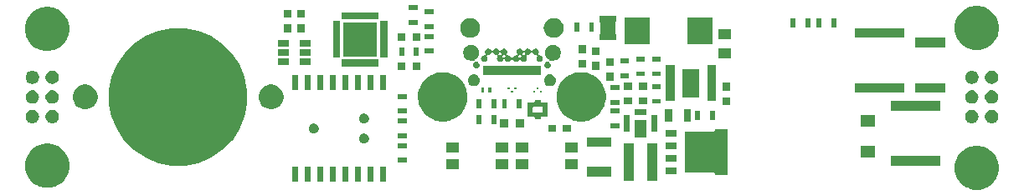
<source format=gbr>
G04 #@! TF.GenerationSoftware,KiCad,Pcbnew,(5.0.2)-1*
G04 #@! TF.CreationDate,2019-02-14T11:06:54-08:00*
G04 #@! TF.ProjectId,nixie_bottom_board,6e697869-655f-4626-9f74-746f6d5f626f,rev?*
G04 #@! TF.SameCoordinates,Original*
G04 #@! TF.FileFunction,Soldermask,Top*
G04 #@! TF.FilePolarity,Negative*
%FSLAX46Y46*%
G04 Gerber Fmt 4.6, Leading zero omitted, Abs format (unit mm)*
G04 Created by KiCad (PCBNEW (5.0.2)-1) date 2/14/2019 11:06:54 AM*
%MOMM*%
%LPD*%
G01*
G04 APERTURE LIST*
%ADD10C,0.100000*%
G04 APERTURE END LIST*
D10*
G36*
X197656301Y-105036466D02*
X197726086Y-105065372D01*
X198065774Y-105206075D01*
X198134971Y-105252311D01*
X198434292Y-105452311D01*
X198747689Y-105765708D01*
X198804011Y-105850000D01*
X198993925Y-106134226D01*
X199028438Y-106217548D01*
X199163534Y-106543699D01*
X199183788Y-106645525D01*
X199231090Y-106883324D01*
X199250000Y-106978394D01*
X199250000Y-107421606D01*
X199163534Y-107856301D01*
X199111280Y-107982452D01*
X198993925Y-108265774D01*
X198911846Y-108388614D01*
X198747689Y-108634292D01*
X198434292Y-108947689D01*
X198348542Y-109004985D01*
X198065774Y-109193925D01*
X197930396Y-109250000D01*
X197656301Y-109363534D01*
X197221607Y-109450000D01*
X196778393Y-109450000D01*
X196343699Y-109363534D01*
X196069604Y-109250000D01*
X195934226Y-109193925D01*
X195651458Y-109004985D01*
X195565708Y-108947689D01*
X195252311Y-108634292D01*
X195088154Y-108388614D01*
X195006075Y-108265774D01*
X194888720Y-107982452D01*
X194836466Y-107856301D01*
X194750000Y-107421606D01*
X194750000Y-106978394D01*
X194768911Y-106883324D01*
X194816212Y-106645525D01*
X194836466Y-106543699D01*
X194971562Y-106217548D01*
X195006075Y-106134226D01*
X195195989Y-105850000D01*
X195252311Y-105765708D01*
X195565708Y-105452311D01*
X195865029Y-105252311D01*
X195934226Y-105206075D01*
X196273914Y-105065372D01*
X196343699Y-105036466D01*
X196778393Y-104950000D01*
X197221607Y-104950000D01*
X197656301Y-105036466D01*
X197656301Y-105036466D01*
G37*
G36*
X103438953Y-104793233D02*
X103656301Y-104836466D01*
X103726086Y-104865372D01*
X104065774Y-105006075D01*
X104065775Y-105006076D01*
X104434292Y-105252311D01*
X104747689Y-105565708D01*
X104840751Y-105704985D01*
X104993925Y-105934226D01*
X105001301Y-105952034D01*
X105163534Y-106343699D01*
X105164787Y-106350000D01*
X105250000Y-106778393D01*
X105250000Y-107221607D01*
X105224461Y-107350000D01*
X105177791Y-107584628D01*
X105163534Y-107656300D01*
X104993925Y-108065774D01*
X104993924Y-108065775D01*
X104747689Y-108434292D01*
X104434292Y-108747689D01*
X104256215Y-108866676D01*
X104065774Y-108993925D01*
X103825910Y-109093280D01*
X103656301Y-109163534D01*
X103447912Y-109204985D01*
X103221607Y-109250000D01*
X102778393Y-109250000D01*
X102552088Y-109204985D01*
X102343699Y-109163534D01*
X102174090Y-109093280D01*
X101934226Y-108993925D01*
X101743785Y-108866676D01*
X101565708Y-108747689D01*
X101252311Y-108434292D01*
X101006076Y-108065775D01*
X101006075Y-108065774D01*
X100836466Y-107656300D01*
X100822210Y-107584628D01*
X100775539Y-107350000D01*
X100750000Y-107221607D01*
X100750000Y-106778393D01*
X100835213Y-106350000D01*
X100836466Y-106343699D01*
X100998699Y-105952034D01*
X101006075Y-105934226D01*
X101159249Y-105704985D01*
X101252311Y-105565708D01*
X101565708Y-105252311D01*
X101934225Y-105006076D01*
X101934226Y-105006075D01*
X102273914Y-104865372D01*
X102343699Y-104836466D01*
X102561047Y-104793233D01*
X102778393Y-104750000D01*
X103221607Y-104750000D01*
X103438953Y-104793233D01*
X103438953Y-104793233D01*
G37*
G36*
X137245000Y-108600000D02*
X136645000Y-108600000D01*
X136645000Y-107100000D01*
X137245000Y-107100000D01*
X137245000Y-108600000D01*
X137245000Y-108600000D01*
G37*
G36*
X132165000Y-108600000D02*
X131565000Y-108600000D01*
X131565000Y-107100000D01*
X132165000Y-107100000D01*
X132165000Y-108600000D01*
X132165000Y-108600000D01*
G37*
G36*
X128355000Y-108600000D02*
X127755000Y-108600000D01*
X127755000Y-107100000D01*
X128355000Y-107100000D01*
X128355000Y-108600000D01*
X128355000Y-108600000D01*
G37*
G36*
X129625000Y-108600000D02*
X129025000Y-108600000D01*
X129025000Y-107100000D01*
X129625000Y-107100000D01*
X129625000Y-108600000D01*
X129625000Y-108600000D01*
G37*
G36*
X130895000Y-108600000D02*
X130295000Y-108600000D01*
X130295000Y-107100000D01*
X130895000Y-107100000D01*
X130895000Y-108600000D01*
X130895000Y-108600000D01*
G37*
G36*
X134705000Y-108600000D02*
X134105000Y-108600000D01*
X134105000Y-107100000D01*
X134705000Y-107100000D01*
X134705000Y-108600000D01*
X134705000Y-108600000D01*
G37*
G36*
X135975000Y-108600000D02*
X135375000Y-108600000D01*
X135375000Y-107100000D01*
X135975000Y-107100000D01*
X135975000Y-108600000D01*
X135975000Y-108600000D01*
G37*
G36*
X133435000Y-108600000D02*
X132835000Y-108600000D01*
X132835000Y-107100000D01*
X133435000Y-107100000D01*
X133435000Y-108600000D01*
X133435000Y-108600000D01*
G37*
G36*
X162300000Y-108500000D02*
X161300000Y-108500000D01*
X161300000Y-104700000D01*
X162300000Y-104700000D01*
X162300000Y-108500000D01*
X162300000Y-108500000D01*
G37*
G36*
X164700000Y-108500000D02*
X163700000Y-108500000D01*
X163700000Y-104700000D01*
X164700000Y-104700000D01*
X164700000Y-108500000D01*
X164700000Y-108500000D01*
G37*
G36*
X160050000Y-108100000D02*
X157550000Y-108100000D01*
X157550000Y-107100000D01*
X160050000Y-107100000D01*
X160050000Y-108100000D01*
X160050000Y-108100000D01*
G37*
G36*
X171850000Y-107950000D02*
X170550000Y-107950000D01*
X170550000Y-107825000D01*
X170547598Y-107800614D01*
X170540485Y-107777165D01*
X170528934Y-107755554D01*
X170513388Y-107736612D01*
X170494446Y-107721066D01*
X170472835Y-107709515D01*
X170449386Y-107702402D01*
X170425000Y-107700000D01*
X167485000Y-107700000D01*
X167485000Y-103500000D01*
X170425000Y-103500000D01*
X170449386Y-103497598D01*
X170472835Y-103490485D01*
X170494446Y-103478934D01*
X170513388Y-103463388D01*
X170528934Y-103444446D01*
X170540485Y-103422835D01*
X170547598Y-103399386D01*
X170550000Y-103375000D01*
X170550000Y-103250000D01*
X171850000Y-103250000D01*
X171850000Y-107950000D01*
X171850000Y-107950000D01*
G37*
G36*
X166675000Y-107860000D02*
X165525000Y-107860000D01*
X165525000Y-107160000D01*
X166675000Y-107160000D01*
X166675000Y-107860000D01*
X166675000Y-107860000D01*
G37*
G36*
X156650000Y-107350000D02*
X155350000Y-107350000D01*
X155350000Y-106350000D01*
X156650000Y-106350000D01*
X156650000Y-107350000D01*
X156650000Y-107350000D01*
G37*
G36*
X144650000Y-107350000D02*
X143350000Y-107350000D01*
X143350000Y-106350000D01*
X144650000Y-106350000D01*
X144650000Y-107350000D01*
X144650000Y-107350000D01*
G37*
G36*
X151650000Y-107350000D02*
X150350000Y-107350000D01*
X150350000Y-106350000D01*
X151650000Y-106350000D01*
X151650000Y-107350000D01*
X151650000Y-107350000D01*
G37*
G36*
X149650000Y-107350000D02*
X148350000Y-107350000D01*
X148350000Y-106350000D01*
X149650000Y-106350000D01*
X149650000Y-107350000D01*
X149650000Y-107350000D01*
G37*
G36*
X117442174Y-93100000D02*
X118291825Y-93269006D01*
X119565743Y-93796680D01*
X120543505Y-94450000D01*
X120712243Y-94562747D01*
X121687253Y-95537757D01*
X121687255Y-95537760D01*
X122453320Y-96684257D01*
X122980994Y-97958175D01*
X123074903Y-98430287D01*
X123250000Y-99310559D01*
X123250000Y-100689441D01*
X123138498Y-101250000D01*
X122980994Y-102041825D01*
X122453320Y-103315743D01*
X121819191Y-104264784D01*
X121687253Y-104462243D01*
X120712243Y-105437253D01*
X120712240Y-105437255D01*
X119565743Y-106203320D01*
X118291825Y-106730994D01*
X116939441Y-107000000D01*
X115560559Y-107000000D01*
X114208175Y-106730994D01*
X112934257Y-106203320D01*
X111787760Y-105437255D01*
X111787757Y-105437253D01*
X110812747Y-104462243D01*
X110680809Y-104264784D01*
X110046680Y-103315743D01*
X109519006Y-102041825D01*
X109361502Y-101250000D01*
X109250000Y-100689441D01*
X109250000Y-99310559D01*
X109425097Y-98430287D01*
X109519006Y-97958175D01*
X110046680Y-96684257D01*
X110812745Y-95537760D01*
X110812747Y-95537757D01*
X111787757Y-94562747D01*
X111956495Y-94450000D01*
X112934257Y-93796680D01*
X114208175Y-93269006D01*
X115057826Y-93100000D01*
X115560559Y-93000000D01*
X116939441Y-93000000D01*
X117442174Y-93100000D01*
X117442174Y-93100000D01*
G37*
G36*
X193300000Y-107000000D02*
X188300000Y-107000000D01*
X188300000Y-106000000D01*
X193300000Y-106000000D01*
X193300000Y-107000000D01*
X193300000Y-107000000D01*
G37*
G36*
X139350000Y-106700000D02*
X138450000Y-106700000D01*
X138450000Y-106200000D01*
X139350000Y-106200000D01*
X139350000Y-106700000D01*
X139350000Y-106700000D01*
G37*
G36*
X166675000Y-106590000D02*
X165525000Y-106590000D01*
X165525000Y-105890000D01*
X166675000Y-105890000D01*
X166675000Y-106590000D01*
X166675000Y-106590000D01*
G37*
G36*
X186700000Y-106150000D02*
X185300000Y-106150000D01*
X185300000Y-104950000D01*
X186700000Y-104950000D01*
X186700000Y-106150000D01*
X186700000Y-106150000D01*
G37*
G36*
X149650000Y-105650000D02*
X148350000Y-105650000D01*
X148350000Y-104650000D01*
X149650000Y-104650000D01*
X149650000Y-105650000D01*
X149650000Y-105650000D01*
G37*
G36*
X156650000Y-105650000D02*
X155350000Y-105650000D01*
X155350000Y-104650000D01*
X156650000Y-104650000D01*
X156650000Y-105650000D01*
X156650000Y-105650000D01*
G37*
G36*
X144650000Y-105640000D02*
X143350000Y-105640000D01*
X143350000Y-104640000D01*
X144650000Y-104640000D01*
X144650000Y-105640000D01*
X144650000Y-105640000D01*
G37*
G36*
X151650000Y-105640000D02*
X150350000Y-105640000D01*
X150350000Y-104640000D01*
X151650000Y-104640000D01*
X151650000Y-105640000D01*
X151650000Y-105640000D01*
G37*
G36*
X166675000Y-105310000D02*
X165525000Y-105310000D01*
X165525000Y-104610000D01*
X166675000Y-104610000D01*
X166675000Y-105310000D01*
X166675000Y-105310000D01*
G37*
G36*
X139350000Y-105200000D02*
X138450000Y-105200000D01*
X138450000Y-104700000D01*
X139350000Y-104700000D01*
X139350000Y-105200000D01*
X139350000Y-105200000D01*
G37*
G36*
X160050000Y-105100000D02*
X157550000Y-105100000D01*
X157550000Y-104100000D01*
X160050000Y-104100000D01*
X160050000Y-105100000D01*
X160050000Y-105100000D01*
G37*
G36*
X135112706Y-103725459D02*
X135184474Y-103739734D01*
X135274613Y-103777070D01*
X135355736Y-103831275D01*
X135424725Y-103900264D01*
X135478930Y-103981387D01*
X135516266Y-104071526D01*
X135535300Y-104167217D01*
X135535300Y-104264783D01*
X135516266Y-104360474D01*
X135478930Y-104450613D01*
X135424725Y-104531736D01*
X135355736Y-104600725D01*
X135274613Y-104654930D01*
X135184474Y-104692266D01*
X135112706Y-104706541D01*
X135088784Y-104711300D01*
X134991216Y-104711300D01*
X134967294Y-104706541D01*
X134895526Y-104692266D01*
X134805387Y-104654930D01*
X134724264Y-104600725D01*
X134655275Y-104531736D01*
X134601070Y-104450613D01*
X134563734Y-104360474D01*
X134544700Y-104264783D01*
X134544700Y-104167217D01*
X134563734Y-104071526D01*
X134601070Y-103981387D01*
X134655275Y-103900264D01*
X134724264Y-103831275D01*
X134805387Y-103777070D01*
X134895526Y-103739734D01*
X134967294Y-103725459D01*
X134991216Y-103720700D01*
X135088784Y-103720700D01*
X135112706Y-103725459D01*
X135112706Y-103725459D01*
G37*
G36*
X139350000Y-104200000D02*
X138450000Y-104200000D01*
X138450000Y-103700000D01*
X139350000Y-103700000D01*
X139350000Y-104200000D01*
X139350000Y-104200000D01*
G37*
G36*
X163625000Y-104150000D02*
X162375000Y-104150000D01*
X162375000Y-102350000D01*
X163625000Y-102350000D01*
X163625000Y-104150000D01*
X163625000Y-104150000D01*
G37*
G36*
X166675000Y-104040000D02*
X165525000Y-104040000D01*
X165525000Y-103340000D01*
X166675000Y-103340000D01*
X166675000Y-104040000D01*
X166675000Y-104040000D01*
G37*
G36*
X130032706Y-102709458D02*
X130104474Y-102723734D01*
X130194613Y-102761070D01*
X130275736Y-102815275D01*
X130344725Y-102884264D01*
X130398930Y-102965387D01*
X130436266Y-103055526D01*
X130455300Y-103151217D01*
X130455300Y-103248783D01*
X130436266Y-103344474D01*
X130398930Y-103434613D01*
X130344725Y-103515736D01*
X130275736Y-103584725D01*
X130194613Y-103638930D01*
X130104474Y-103676266D01*
X130032706Y-103690542D01*
X130008784Y-103695300D01*
X129911216Y-103695300D01*
X129887294Y-103690541D01*
X129815526Y-103676266D01*
X129725387Y-103638930D01*
X129644264Y-103584725D01*
X129575275Y-103515736D01*
X129521070Y-103434613D01*
X129483734Y-103344474D01*
X129464700Y-103248783D01*
X129464700Y-103151217D01*
X129483734Y-103055526D01*
X129521070Y-102965387D01*
X129575275Y-102884264D01*
X129644264Y-102815275D01*
X129725387Y-102761070D01*
X129815526Y-102723734D01*
X129887294Y-102709459D01*
X129911216Y-102704700D01*
X130008784Y-102704700D01*
X130032706Y-102709458D01*
X130032706Y-102709458D01*
G37*
G36*
X161900000Y-103575000D02*
X161300000Y-103575000D01*
X161300000Y-101825000D01*
X161900000Y-101825000D01*
X161900000Y-103575000D01*
X161900000Y-103575000D01*
G37*
G36*
X155950000Y-103575000D02*
X155150000Y-103575000D01*
X155150000Y-102825000D01*
X155950000Y-102825000D01*
X155950000Y-103575000D01*
X155950000Y-103575000D01*
G37*
G36*
X154450000Y-103575000D02*
X153650000Y-103575000D01*
X153650000Y-102825000D01*
X154450000Y-102825000D01*
X154450000Y-103575000D01*
X154450000Y-103575000D01*
G37*
G36*
X164700000Y-103575000D02*
X164100000Y-103575000D01*
X164100000Y-101825000D01*
X164700000Y-101825000D01*
X164700000Y-103575000D01*
X164700000Y-103575000D01*
G37*
G36*
X160850000Y-103200000D02*
X159950000Y-103200000D01*
X159950000Y-102700000D01*
X160850000Y-102700000D01*
X160850000Y-103200000D01*
X160850000Y-103200000D01*
G37*
G36*
X149600000Y-103100000D02*
X148800000Y-103100000D01*
X148800000Y-102300000D01*
X149600000Y-102300000D01*
X149600000Y-103100000D01*
X149600000Y-103100000D01*
G37*
G36*
X151200000Y-103100000D02*
X150400000Y-103100000D01*
X150400000Y-102300000D01*
X151200000Y-102300000D01*
X151200000Y-103100000D01*
X151200000Y-103100000D01*
G37*
G36*
X186700000Y-103050000D02*
X185300000Y-103050000D01*
X185300000Y-101850000D01*
X186700000Y-101850000D01*
X186700000Y-103050000D01*
X186700000Y-103050000D01*
G37*
G36*
X146900000Y-102750000D02*
X146400000Y-102750000D01*
X146400000Y-101850000D01*
X146900000Y-101850000D01*
X146900000Y-102750000D01*
X146900000Y-102750000D01*
G37*
G36*
X148400000Y-102750000D02*
X147900000Y-102750000D01*
X147900000Y-101850000D01*
X148400000Y-101850000D01*
X148400000Y-102750000D01*
X148400000Y-102750000D01*
G37*
G36*
X139350000Y-102700000D02*
X138450000Y-102700000D01*
X138450000Y-102200000D01*
X139350000Y-102200000D01*
X139350000Y-102700000D01*
X139350000Y-102700000D01*
G37*
G36*
X135112706Y-101693458D02*
X135184474Y-101707734D01*
X135274613Y-101745070D01*
X135355736Y-101799275D01*
X135424725Y-101868264D01*
X135478930Y-101949387D01*
X135516266Y-102039526D01*
X135523322Y-102075000D01*
X135534725Y-102132323D01*
X135535300Y-102135217D01*
X135535300Y-102232783D01*
X135516266Y-102328474D01*
X135478930Y-102418613D01*
X135424725Y-102499736D01*
X135355736Y-102568725D01*
X135274613Y-102622930D01*
X135184474Y-102660266D01*
X135112706Y-102674542D01*
X135088784Y-102679300D01*
X134991216Y-102679300D01*
X134967294Y-102674542D01*
X134895526Y-102660266D01*
X134805387Y-102622930D01*
X134724264Y-102568725D01*
X134655275Y-102499736D01*
X134601070Y-102418613D01*
X134563734Y-102328474D01*
X134544700Y-102232783D01*
X134544700Y-102135217D01*
X134545276Y-102132323D01*
X134556678Y-102075000D01*
X134563734Y-102039526D01*
X134601070Y-101949387D01*
X134655275Y-101868264D01*
X134724264Y-101799275D01*
X134805387Y-101745070D01*
X134895526Y-101707734D01*
X134967294Y-101693459D01*
X134991216Y-101688700D01*
X135088784Y-101688700D01*
X135112706Y-101693458D01*
X135112706Y-101693458D01*
G37*
G36*
X198632323Y-101334767D02*
X198759561Y-101373364D01*
X198876824Y-101436042D01*
X198979606Y-101520394D01*
X199063958Y-101623176D01*
X199126636Y-101740439D01*
X199165233Y-101867677D01*
X199178266Y-102000000D01*
X199165233Y-102132323D01*
X199126636Y-102259561D01*
X199063958Y-102376824D01*
X198979606Y-102479606D01*
X198876824Y-102563958D01*
X198759561Y-102626636D01*
X198632323Y-102665233D01*
X198533159Y-102675000D01*
X198466841Y-102675000D01*
X198367677Y-102665233D01*
X198240439Y-102626636D01*
X198123176Y-102563958D01*
X198020394Y-102479606D01*
X197936042Y-102376824D01*
X197873364Y-102259561D01*
X197834767Y-102132323D01*
X197821734Y-102000000D01*
X197834767Y-101867677D01*
X197873364Y-101740439D01*
X197936042Y-101623176D01*
X198020394Y-101520394D01*
X198123176Y-101436042D01*
X198240439Y-101373364D01*
X198367677Y-101334767D01*
X198466841Y-101325000D01*
X198533159Y-101325000D01*
X198632323Y-101334767D01*
X198632323Y-101334767D01*
G37*
G36*
X101632323Y-101334767D02*
X101759561Y-101373364D01*
X101876824Y-101436042D01*
X101979606Y-101520394D01*
X102063958Y-101623176D01*
X102126636Y-101740439D01*
X102165233Y-101867677D01*
X102178266Y-102000000D01*
X102165233Y-102132323D01*
X102126636Y-102259561D01*
X102063958Y-102376824D01*
X101979606Y-102479606D01*
X101876824Y-102563958D01*
X101759561Y-102626636D01*
X101632323Y-102665233D01*
X101533159Y-102675000D01*
X101466841Y-102675000D01*
X101367677Y-102665233D01*
X101240439Y-102626636D01*
X101123176Y-102563958D01*
X101020394Y-102479606D01*
X100936042Y-102376824D01*
X100873364Y-102259561D01*
X100834767Y-102132323D01*
X100821734Y-102000000D01*
X100834767Y-101867677D01*
X100873364Y-101740439D01*
X100936042Y-101623176D01*
X101020394Y-101520394D01*
X101123176Y-101436042D01*
X101240439Y-101373364D01*
X101367677Y-101334767D01*
X101466841Y-101325000D01*
X101533159Y-101325000D01*
X101632323Y-101334767D01*
X101632323Y-101334767D01*
G37*
G36*
X196632323Y-101334767D02*
X196759561Y-101373364D01*
X196876824Y-101436042D01*
X196979606Y-101520394D01*
X197063958Y-101623176D01*
X197126636Y-101740439D01*
X197165233Y-101867677D01*
X197178266Y-102000000D01*
X197165233Y-102132323D01*
X197126636Y-102259561D01*
X197063958Y-102376824D01*
X196979606Y-102479606D01*
X196876824Y-102563958D01*
X196759561Y-102626636D01*
X196632323Y-102665233D01*
X196533159Y-102675000D01*
X196466841Y-102675000D01*
X196367677Y-102665233D01*
X196240439Y-102626636D01*
X196123176Y-102563958D01*
X196020394Y-102479606D01*
X195936042Y-102376824D01*
X195873364Y-102259561D01*
X195834767Y-102132323D01*
X195821734Y-102000000D01*
X195834767Y-101867677D01*
X195873364Y-101740439D01*
X195936042Y-101623176D01*
X196020394Y-101520394D01*
X196123176Y-101436042D01*
X196240439Y-101373364D01*
X196367677Y-101334767D01*
X196466841Y-101325000D01*
X196533159Y-101325000D01*
X196632323Y-101334767D01*
X196632323Y-101334767D01*
G37*
G36*
X103632323Y-101334767D02*
X103759561Y-101373364D01*
X103876824Y-101436042D01*
X103979606Y-101520394D01*
X104063958Y-101623176D01*
X104126636Y-101740439D01*
X104165233Y-101867677D01*
X104178266Y-102000000D01*
X104165233Y-102132323D01*
X104126636Y-102259561D01*
X104063958Y-102376824D01*
X103979606Y-102479606D01*
X103876824Y-102563958D01*
X103759561Y-102626636D01*
X103632323Y-102665233D01*
X103533159Y-102675000D01*
X103466841Y-102675000D01*
X103367677Y-102665233D01*
X103240439Y-102626636D01*
X103123176Y-102563958D01*
X103020394Y-102479606D01*
X102936042Y-102376824D01*
X102873364Y-102259561D01*
X102834767Y-102132323D01*
X102821734Y-102000000D01*
X102834767Y-101867677D01*
X102873364Y-101740439D01*
X102936042Y-101623176D01*
X103020394Y-101520394D01*
X103123176Y-101436042D01*
X103240439Y-101373364D01*
X103367677Y-101334767D01*
X103466841Y-101325000D01*
X103533159Y-101325000D01*
X103632323Y-101334767D01*
X103632323Y-101334767D01*
G37*
G36*
X166200000Y-102550000D02*
X165500000Y-102550000D01*
X165500000Y-101250000D01*
X166200000Y-101250000D01*
X166200000Y-102550000D01*
X166200000Y-102550000D01*
G37*
G36*
X168100000Y-102550000D02*
X167400000Y-102550000D01*
X167400000Y-101250000D01*
X168100000Y-101250000D01*
X168100000Y-102550000D01*
X168100000Y-102550000D01*
G37*
G36*
X157568225Y-97564049D02*
X157729223Y-97596074D01*
X157917677Y-97674134D01*
X158184193Y-97784528D01*
X158593660Y-98058126D01*
X158941874Y-98406340D01*
X159215472Y-98815807D01*
X159303805Y-99029064D01*
X159395066Y-99249386D01*
X159403926Y-99270778D01*
X159500000Y-99753770D01*
X159500000Y-100246230D01*
X159469413Y-100400000D01*
X159403926Y-100729223D01*
X159325866Y-100917677D01*
X159215472Y-101184193D01*
X158941874Y-101593660D01*
X158593660Y-101941874D01*
X158184193Y-102215472D01*
X157980123Y-102300000D01*
X157729223Y-102403926D01*
X157568225Y-102435951D01*
X157246230Y-102500000D01*
X156753770Y-102500000D01*
X156431775Y-102435951D01*
X156270777Y-102403926D01*
X156019877Y-102300000D01*
X155815807Y-102215472D01*
X155406340Y-101941874D01*
X155058126Y-101593660D01*
X154784528Y-101184193D01*
X154674134Y-100917677D01*
X154596074Y-100729223D01*
X154530587Y-100400000D01*
X154500000Y-100246230D01*
X154500000Y-99753770D01*
X154596074Y-99270778D01*
X154604935Y-99249386D01*
X154696195Y-99029064D01*
X154784528Y-98815807D01*
X155058126Y-98406340D01*
X155406340Y-98058126D01*
X155815807Y-97784528D01*
X156082323Y-97674134D01*
X156270777Y-97596074D01*
X156431775Y-97564049D01*
X156753770Y-97500000D01*
X157246230Y-97500000D01*
X157568225Y-97564049D01*
X157568225Y-97564049D01*
G37*
G36*
X143568225Y-97564049D02*
X143729223Y-97596074D01*
X143917677Y-97674134D01*
X144184193Y-97784528D01*
X144593660Y-98058126D01*
X144941874Y-98406340D01*
X145215472Y-98815807D01*
X145303805Y-99029064D01*
X145395066Y-99249386D01*
X145403926Y-99270778D01*
X145500000Y-99753770D01*
X145500000Y-100246230D01*
X145469413Y-100400000D01*
X145403926Y-100729223D01*
X145325866Y-100917677D01*
X145215472Y-101184193D01*
X144941874Y-101593660D01*
X144593660Y-101941874D01*
X144184193Y-102215472D01*
X143980123Y-102300000D01*
X143729223Y-102403926D01*
X143568225Y-102435951D01*
X143246230Y-102500000D01*
X142753770Y-102500000D01*
X142431775Y-102435951D01*
X142270777Y-102403926D01*
X142019877Y-102300000D01*
X141815807Y-102215472D01*
X141406340Y-101941874D01*
X141058126Y-101593660D01*
X140784528Y-101184193D01*
X140674134Y-100917677D01*
X140596074Y-100729223D01*
X140530587Y-100400000D01*
X140500000Y-100246230D01*
X140500000Y-99753770D01*
X140596074Y-99270778D01*
X140604935Y-99249386D01*
X140696195Y-99029064D01*
X140784528Y-98815807D01*
X141058126Y-98406340D01*
X141406340Y-98058126D01*
X141815807Y-97784528D01*
X142082323Y-97674134D01*
X142270777Y-97596074D01*
X142431775Y-97564049D01*
X142753770Y-97500000D01*
X143246230Y-97500000D01*
X143568225Y-97564049D01*
X143568225Y-97564049D01*
G37*
G36*
X170500000Y-102350000D02*
X170000000Y-102350000D01*
X170000000Y-101450000D01*
X170500000Y-101450000D01*
X170500000Y-102350000D01*
X170500000Y-102350000D01*
G37*
G36*
X169000000Y-102350000D02*
X168500000Y-102350000D01*
X168500000Y-101450000D01*
X169000000Y-101450000D01*
X169000000Y-102350000D01*
X169000000Y-102350000D01*
G37*
G36*
X152900000Y-100475000D02*
X152902402Y-100499386D01*
X152909515Y-100522835D01*
X152921066Y-100544446D01*
X152936612Y-100563388D01*
X152955554Y-100578934D01*
X152977165Y-100590485D01*
X153000614Y-100597598D01*
X153025000Y-100600000D01*
X153600000Y-100600000D01*
X153600000Y-102000000D01*
X153025000Y-102000000D01*
X153000614Y-102002402D01*
X152977165Y-102009515D01*
X152955554Y-102021066D01*
X152936612Y-102036612D01*
X152921066Y-102055554D01*
X152909515Y-102077165D01*
X152902402Y-102100614D01*
X152900000Y-102125000D01*
X152900000Y-102300000D01*
X152300000Y-102300000D01*
X152300000Y-102125000D01*
X152297598Y-102100614D01*
X152290485Y-102077165D01*
X152278934Y-102055554D01*
X152263388Y-102036612D01*
X152244446Y-102021066D01*
X152222835Y-102009515D01*
X152199386Y-102002402D01*
X152175000Y-102000000D01*
X151600000Y-102000000D01*
X151600000Y-101125000D01*
X152100000Y-101125000D01*
X152100000Y-101475000D01*
X152102402Y-101499386D01*
X152109515Y-101522835D01*
X152121066Y-101544446D01*
X152136612Y-101563388D01*
X152155554Y-101578934D01*
X152177165Y-101590485D01*
X152200614Y-101597598D01*
X152225000Y-101600000D01*
X152975000Y-101600000D01*
X152999386Y-101597598D01*
X153022835Y-101590485D01*
X153044446Y-101578934D01*
X153063388Y-101563388D01*
X153078934Y-101544446D01*
X153090485Y-101522835D01*
X153097598Y-101499386D01*
X153100000Y-101475000D01*
X153100000Y-101125000D01*
X153097598Y-101100614D01*
X153090485Y-101077165D01*
X153078934Y-101055554D01*
X153063388Y-101036612D01*
X153044446Y-101021066D01*
X153022835Y-101009515D01*
X152999386Y-101002402D01*
X152975000Y-101000000D01*
X152225000Y-101000000D01*
X152200614Y-101002402D01*
X152177165Y-101009515D01*
X152155554Y-101021066D01*
X152136612Y-101036612D01*
X152121066Y-101055554D01*
X152109515Y-101077165D01*
X152102402Y-101100614D01*
X152100000Y-101125000D01*
X151600000Y-101125000D01*
X151600000Y-100600000D01*
X152175000Y-100600000D01*
X152199386Y-100597598D01*
X152222835Y-100590485D01*
X152244446Y-100578934D01*
X152263388Y-100563388D01*
X152278934Y-100544446D01*
X152290485Y-100522835D01*
X152297598Y-100499386D01*
X152300000Y-100475000D01*
X152300000Y-100300000D01*
X152900000Y-100300000D01*
X152900000Y-100475000D01*
X152900000Y-100475000D01*
G37*
G36*
X163625000Y-101850000D02*
X162375000Y-101850000D01*
X162375000Y-101250000D01*
X163625000Y-101250000D01*
X163625000Y-101850000D01*
X163625000Y-101850000D01*
G37*
G36*
X160850000Y-101700000D02*
X159950000Y-101700000D01*
X159950000Y-101200000D01*
X160850000Y-101200000D01*
X160850000Y-101700000D01*
X160850000Y-101700000D01*
G37*
G36*
X139350000Y-101700000D02*
X138450000Y-101700000D01*
X138450000Y-101200000D01*
X139350000Y-101200000D01*
X139350000Y-101700000D01*
X139350000Y-101700000D01*
G37*
G36*
X193300000Y-101400000D02*
X188300000Y-101400000D01*
X188300000Y-100400000D01*
X193300000Y-100400000D01*
X193300000Y-101400000D01*
X193300000Y-101400000D01*
G37*
G36*
X107214612Y-98798037D02*
X107442096Y-98892264D01*
X107646831Y-99029064D01*
X107820936Y-99203169D01*
X107957736Y-99407904D01*
X108051963Y-99635388D01*
X108100000Y-99876885D01*
X108100000Y-100123115D01*
X108051963Y-100364612D01*
X107957736Y-100592096D01*
X107820936Y-100796831D01*
X107646831Y-100970936D01*
X107442096Y-101107736D01*
X107214612Y-101201963D01*
X106973115Y-101250000D01*
X106726885Y-101250000D01*
X106485388Y-101201963D01*
X106257904Y-101107736D01*
X106053169Y-100970936D01*
X105879064Y-100796831D01*
X105742264Y-100592096D01*
X105648037Y-100364612D01*
X105600000Y-100123115D01*
X105600000Y-99876885D01*
X105648037Y-99635388D01*
X105742264Y-99407904D01*
X105879064Y-99203169D01*
X106053169Y-99029064D01*
X106257904Y-98892264D01*
X106485388Y-98798037D01*
X106726885Y-98750000D01*
X106973115Y-98750000D01*
X107214612Y-98798037D01*
X107214612Y-98798037D01*
G37*
G36*
X126014612Y-98798037D02*
X126242096Y-98892264D01*
X126446831Y-99029064D01*
X126620936Y-99203169D01*
X126757736Y-99407904D01*
X126851963Y-99635388D01*
X126900000Y-99876885D01*
X126900000Y-100123115D01*
X126851963Y-100364612D01*
X126757736Y-100592096D01*
X126620936Y-100796831D01*
X126446831Y-100970936D01*
X126242096Y-101107736D01*
X126014612Y-101201963D01*
X125773115Y-101250000D01*
X125526885Y-101250000D01*
X125285388Y-101201963D01*
X125057904Y-101107736D01*
X124853169Y-100970936D01*
X124679064Y-100796831D01*
X124542264Y-100592096D01*
X124448037Y-100364612D01*
X124400000Y-100123115D01*
X124400000Y-99876885D01*
X124448037Y-99635388D01*
X124542264Y-99407904D01*
X124679064Y-99203169D01*
X124853169Y-99029064D01*
X125057904Y-98892264D01*
X125285388Y-98798037D01*
X125526885Y-98750000D01*
X125773115Y-98750000D01*
X126014612Y-98798037D01*
X126014612Y-98798037D01*
G37*
G36*
X146900000Y-101150000D02*
X146400000Y-101150000D01*
X146400000Y-100250000D01*
X146900000Y-100250000D01*
X146900000Y-101150000D01*
X146900000Y-101150000D01*
G37*
G36*
X148400000Y-101150000D02*
X147900000Y-101150000D01*
X147900000Y-100250000D01*
X148400000Y-100250000D01*
X148400000Y-101150000D01*
X148400000Y-101150000D01*
G37*
G36*
X149500000Y-101150000D02*
X149000000Y-101150000D01*
X149000000Y-100250000D01*
X149500000Y-100250000D01*
X149500000Y-101150000D01*
X149500000Y-101150000D01*
G37*
G36*
X151000000Y-101150000D02*
X150500000Y-101150000D01*
X150500000Y-100250000D01*
X151000000Y-100250000D01*
X151000000Y-101150000D01*
X151000000Y-101150000D01*
G37*
G36*
X172075000Y-100850000D02*
X171325000Y-100850000D01*
X171325000Y-100050000D01*
X172075000Y-100050000D01*
X172075000Y-100850000D01*
X172075000Y-100850000D01*
G37*
G36*
X160850000Y-100800000D02*
X159950000Y-100800000D01*
X159950000Y-100300000D01*
X160850000Y-100300000D01*
X160850000Y-100800000D01*
X160850000Y-100800000D01*
G37*
G36*
X162150000Y-100775000D02*
X161350000Y-100775000D01*
X161350000Y-100025000D01*
X162150000Y-100025000D01*
X162150000Y-100775000D01*
X162150000Y-100775000D01*
G37*
G36*
X163650000Y-100775000D02*
X162850000Y-100775000D01*
X162850000Y-100025000D01*
X163650000Y-100025000D01*
X163650000Y-100775000D01*
X163650000Y-100775000D01*
G37*
G36*
X165050000Y-100700000D02*
X164150000Y-100700000D01*
X164150000Y-100200000D01*
X165050000Y-100200000D01*
X165050000Y-100700000D01*
X165050000Y-100700000D01*
G37*
G36*
X101632323Y-99334767D02*
X101759561Y-99373364D01*
X101876824Y-99436042D01*
X101979606Y-99520394D01*
X102063958Y-99623176D01*
X102126636Y-99740439D01*
X102165233Y-99867677D01*
X102178266Y-100000000D01*
X102165233Y-100132323D01*
X102126636Y-100259561D01*
X102063958Y-100376824D01*
X101979606Y-100479606D01*
X101876824Y-100563958D01*
X101759561Y-100626636D01*
X101632323Y-100665233D01*
X101533159Y-100675000D01*
X101466841Y-100675000D01*
X101367677Y-100665233D01*
X101240439Y-100626636D01*
X101123176Y-100563958D01*
X101020394Y-100479606D01*
X100936042Y-100376824D01*
X100873364Y-100259561D01*
X100834767Y-100132323D01*
X100821734Y-100000000D01*
X100834767Y-99867677D01*
X100873364Y-99740439D01*
X100936042Y-99623176D01*
X101020394Y-99520394D01*
X101123176Y-99436042D01*
X101240439Y-99373364D01*
X101367677Y-99334767D01*
X101466841Y-99325000D01*
X101533159Y-99325000D01*
X101632323Y-99334767D01*
X101632323Y-99334767D01*
G37*
G36*
X103632323Y-99334767D02*
X103759561Y-99373364D01*
X103876824Y-99436042D01*
X103979606Y-99520394D01*
X104063958Y-99623176D01*
X104126636Y-99740439D01*
X104165233Y-99867677D01*
X104178266Y-100000000D01*
X104165233Y-100132323D01*
X104126636Y-100259561D01*
X104063958Y-100376824D01*
X103979606Y-100479606D01*
X103876824Y-100563958D01*
X103759561Y-100626636D01*
X103632323Y-100665233D01*
X103533159Y-100675000D01*
X103466841Y-100675000D01*
X103367677Y-100665233D01*
X103240439Y-100626636D01*
X103123176Y-100563958D01*
X103020394Y-100479606D01*
X102936042Y-100376824D01*
X102873364Y-100259561D01*
X102834767Y-100132323D01*
X102821734Y-100000000D01*
X102834767Y-99867677D01*
X102873364Y-99740439D01*
X102936042Y-99623176D01*
X103020394Y-99520394D01*
X103123176Y-99436042D01*
X103240439Y-99373364D01*
X103367677Y-99334767D01*
X103466841Y-99325000D01*
X103533159Y-99325000D01*
X103632323Y-99334767D01*
X103632323Y-99334767D01*
G37*
G36*
X196632323Y-99334767D02*
X196759561Y-99373364D01*
X196876824Y-99436042D01*
X196979606Y-99520394D01*
X197063958Y-99623176D01*
X197126636Y-99740439D01*
X197165233Y-99867677D01*
X197178266Y-100000000D01*
X197165233Y-100132323D01*
X197126636Y-100259561D01*
X197063958Y-100376824D01*
X196979606Y-100479606D01*
X196876824Y-100563958D01*
X196759561Y-100626636D01*
X196632323Y-100665233D01*
X196533159Y-100675000D01*
X196466841Y-100675000D01*
X196367677Y-100665233D01*
X196240439Y-100626636D01*
X196123176Y-100563958D01*
X196020394Y-100479606D01*
X195936042Y-100376824D01*
X195873364Y-100259561D01*
X195834767Y-100132323D01*
X195821734Y-100000000D01*
X195834767Y-99867677D01*
X195873364Y-99740439D01*
X195936042Y-99623176D01*
X196020394Y-99520394D01*
X196123176Y-99436042D01*
X196240439Y-99373364D01*
X196367677Y-99334767D01*
X196466841Y-99325000D01*
X196533159Y-99325000D01*
X196632323Y-99334767D01*
X196632323Y-99334767D01*
G37*
G36*
X198632323Y-99334767D02*
X198759561Y-99373364D01*
X198876824Y-99436042D01*
X198979606Y-99520394D01*
X199063958Y-99623176D01*
X199126636Y-99740439D01*
X199165233Y-99867677D01*
X199178266Y-100000000D01*
X199165233Y-100132323D01*
X199126636Y-100259561D01*
X199063958Y-100376824D01*
X198979606Y-100479606D01*
X198876824Y-100563958D01*
X198759561Y-100626636D01*
X198632323Y-100665233D01*
X198533159Y-100675000D01*
X198466841Y-100675000D01*
X198367677Y-100665233D01*
X198240439Y-100626636D01*
X198123176Y-100563958D01*
X198020394Y-100479606D01*
X197936042Y-100376824D01*
X197873364Y-100259561D01*
X197834767Y-100132323D01*
X197821734Y-100000000D01*
X197834767Y-99867677D01*
X197873364Y-99740439D01*
X197936042Y-99623176D01*
X198020394Y-99520394D01*
X198123176Y-99436042D01*
X198240439Y-99373364D01*
X198367677Y-99334767D01*
X198466841Y-99325000D01*
X198533159Y-99325000D01*
X198632323Y-99334767D01*
X198632323Y-99334767D01*
G37*
G36*
X170650000Y-100435000D02*
X169760000Y-100435000D01*
X169760000Y-96765000D01*
X170650000Y-96765000D01*
X170650000Y-100435000D01*
X170650000Y-100435000D01*
G37*
G36*
X166440000Y-100435000D02*
X165550000Y-100435000D01*
X165550000Y-96765000D01*
X166440000Y-96765000D01*
X166440000Y-100435000D01*
X166440000Y-100435000D01*
G37*
G36*
X139350000Y-100200000D02*
X138450000Y-100200000D01*
X138450000Y-99700000D01*
X139350000Y-99700000D01*
X139350000Y-100200000D01*
X139350000Y-100200000D01*
G37*
G36*
X168925000Y-100025000D02*
X167275000Y-100025000D01*
X167275000Y-97175000D01*
X168925000Y-97175000D01*
X168925000Y-100025000D01*
X168925000Y-100025000D01*
G37*
G36*
X189700000Y-99600000D02*
X184700000Y-99600000D01*
X184700000Y-98600000D01*
X189700000Y-98600000D01*
X189700000Y-99600000D01*
X189700000Y-99600000D01*
G37*
G36*
X193800000Y-99600000D02*
X190800000Y-99600000D01*
X190800000Y-98600000D01*
X193800000Y-98600000D01*
X193800000Y-99600000D01*
X193800000Y-99600000D01*
G37*
G36*
X147900000Y-99575000D02*
X147600000Y-99575000D01*
X147600000Y-99025000D01*
X147900000Y-99025000D01*
X147900000Y-99575000D01*
X147900000Y-99575000D01*
G37*
G36*
X147200000Y-99575000D02*
X146900000Y-99575000D01*
X146900000Y-99025000D01*
X147200000Y-99025000D01*
X147200000Y-99575000D01*
X147200000Y-99575000D01*
G37*
G36*
X150102402Y-99350614D02*
X150100000Y-99375000D01*
X150100000Y-99550000D01*
X149900000Y-99550000D01*
X149900000Y-99375000D01*
X149897598Y-99350614D01*
X149897412Y-99350000D01*
X150102588Y-99350000D01*
X150102402Y-99350614D01*
X150102402Y-99350614D01*
G37*
G36*
X152362402Y-99350614D02*
X152360000Y-99375000D01*
X152360000Y-99550000D01*
X152160000Y-99550000D01*
X152160000Y-99350000D01*
X152362588Y-99350000D01*
X152362402Y-99350614D01*
X152362402Y-99350614D01*
G37*
G36*
X153040000Y-99550000D02*
X152840000Y-99550000D01*
X152840000Y-99375000D01*
X152837598Y-99350614D01*
X152837412Y-99350000D01*
X153040000Y-99350000D01*
X153040000Y-99550000D01*
X153040000Y-99550000D01*
G37*
G36*
X172075000Y-99350000D02*
X171325000Y-99350000D01*
X171325000Y-98550000D01*
X172075000Y-98550000D01*
X172075000Y-99350000D01*
X172075000Y-99350000D01*
G37*
G36*
X130895000Y-99300000D02*
X130295000Y-99300000D01*
X130295000Y-97800000D01*
X130895000Y-97800000D01*
X130895000Y-99300000D01*
X130895000Y-99300000D01*
G37*
G36*
X132165000Y-99300000D02*
X131565000Y-99300000D01*
X131565000Y-97800000D01*
X132165000Y-97800000D01*
X132165000Y-99300000D01*
X132165000Y-99300000D01*
G37*
G36*
X128355000Y-99300000D02*
X127755000Y-99300000D01*
X127755000Y-97800000D01*
X128355000Y-97800000D01*
X128355000Y-99300000D01*
X128355000Y-99300000D01*
G37*
G36*
X133435000Y-99300000D02*
X132835000Y-99300000D01*
X132835000Y-97800000D01*
X133435000Y-97800000D01*
X133435000Y-99300000D01*
X133435000Y-99300000D01*
G37*
G36*
X134705000Y-99300000D02*
X134105000Y-99300000D01*
X134105000Y-97800000D01*
X134705000Y-97800000D01*
X134705000Y-99300000D01*
X134705000Y-99300000D01*
G37*
G36*
X135975000Y-99300000D02*
X135375000Y-99300000D01*
X135375000Y-97800000D01*
X135975000Y-97800000D01*
X135975000Y-99300000D01*
X135975000Y-99300000D01*
G37*
G36*
X137245000Y-99300000D02*
X136645000Y-99300000D01*
X136645000Y-97800000D01*
X137245000Y-97800000D01*
X137245000Y-99300000D01*
X137245000Y-99300000D01*
G37*
G36*
X129625000Y-99300000D02*
X129025000Y-99300000D01*
X129025000Y-97800000D01*
X129625000Y-97800000D01*
X129625000Y-99300000D01*
X129625000Y-99300000D01*
G37*
G36*
X160850000Y-99300000D02*
X159950000Y-99300000D01*
X159950000Y-98800000D01*
X160850000Y-98800000D01*
X160850000Y-99300000D01*
X160850000Y-99300000D01*
G37*
G36*
X162150000Y-99275000D02*
X161350000Y-99275000D01*
X161350000Y-98525000D01*
X162150000Y-98525000D01*
X162150000Y-99275000D01*
X162150000Y-99275000D01*
G37*
G36*
X163650000Y-99275000D02*
X162850000Y-99275000D01*
X162850000Y-98525000D01*
X163650000Y-98525000D01*
X163650000Y-99275000D01*
X163650000Y-99275000D01*
G37*
G36*
X149760000Y-99225000D02*
X149762402Y-99249386D01*
X149762588Y-99250000D01*
X149560000Y-99250000D01*
X149560000Y-99050000D01*
X149760000Y-99050000D01*
X149760000Y-99225000D01*
X149760000Y-99225000D01*
G37*
G36*
X150440000Y-99250000D02*
X150237412Y-99250000D01*
X150237598Y-99249386D01*
X150240000Y-99225000D01*
X150240000Y-99050000D01*
X150440000Y-99050000D01*
X150440000Y-99250000D01*
X150440000Y-99250000D01*
G37*
G36*
X152700000Y-99225000D02*
X152702402Y-99249386D01*
X152702588Y-99250000D01*
X152497412Y-99250000D01*
X152497598Y-99249386D01*
X152500000Y-99225000D01*
X152500000Y-99050000D01*
X152700000Y-99050000D01*
X152700000Y-99225000D01*
X152700000Y-99225000D01*
G37*
G36*
X165050000Y-99200000D02*
X164150000Y-99200000D01*
X164150000Y-98700000D01*
X165050000Y-98700000D01*
X165050000Y-99200000D01*
X165050000Y-99200000D01*
G37*
G36*
X146330012Y-97733057D02*
X146439207Y-97778287D01*
X146537481Y-97843952D01*
X146621048Y-97927519D01*
X146686713Y-98025793D01*
X146731943Y-98134988D01*
X146755000Y-98250904D01*
X146755000Y-98369096D01*
X146731943Y-98485012D01*
X146686713Y-98594207D01*
X146621048Y-98692481D01*
X146537481Y-98776048D01*
X146439207Y-98841713D01*
X146330012Y-98886943D01*
X146214096Y-98910000D01*
X146095904Y-98910000D01*
X145979988Y-98886943D01*
X145870793Y-98841713D01*
X145772519Y-98776048D01*
X145688952Y-98692481D01*
X145623287Y-98594207D01*
X145578057Y-98485012D01*
X145555000Y-98369096D01*
X145555000Y-98250904D01*
X145578057Y-98134988D01*
X145623287Y-98025793D01*
X145688952Y-97927519D01*
X145772519Y-97843952D01*
X145870793Y-97778287D01*
X145979988Y-97733057D01*
X146095904Y-97710000D01*
X146214096Y-97710000D01*
X146330012Y-97733057D01*
X146330012Y-97733057D01*
G37*
G36*
X154020012Y-97733057D02*
X154129207Y-97778287D01*
X154227481Y-97843952D01*
X154311048Y-97927519D01*
X154376713Y-98025793D01*
X154421943Y-98134988D01*
X154445000Y-98250904D01*
X154445000Y-98369096D01*
X154421943Y-98485012D01*
X154376713Y-98594207D01*
X154311048Y-98692481D01*
X154227481Y-98776048D01*
X154129207Y-98841713D01*
X154020012Y-98886943D01*
X153904096Y-98910000D01*
X153785904Y-98910000D01*
X153669988Y-98886943D01*
X153560793Y-98841713D01*
X153462519Y-98776048D01*
X153378952Y-98692481D01*
X153313287Y-98594207D01*
X153268057Y-98485012D01*
X153245000Y-98369096D01*
X153245000Y-98250904D01*
X153268057Y-98134988D01*
X153313287Y-98025793D01*
X153378952Y-97927519D01*
X153462519Y-97843952D01*
X153560793Y-97778287D01*
X153669988Y-97733057D01*
X153785904Y-97710000D01*
X153904096Y-97710000D01*
X154020012Y-97733057D01*
X154020012Y-97733057D01*
G37*
G36*
X196696888Y-97350939D02*
X196819733Y-97401823D01*
X196930290Y-97475695D01*
X197024305Y-97569710D01*
X197098177Y-97680267D01*
X197149061Y-97803112D01*
X197175000Y-97933517D01*
X197175000Y-98066483D01*
X197149061Y-98196888D01*
X197098177Y-98319733D01*
X197024305Y-98430290D01*
X196930290Y-98524305D01*
X196819733Y-98598177D01*
X196696888Y-98649061D01*
X196566483Y-98675000D01*
X196433517Y-98675000D01*
X196303112Y-98649061D01*
X196180267Y-98598177D01*
X196069710Y-98524305D01*
X195975695Y-98430290D01*
X195901823Y-98319733D01*
X195850939Y-98196888D01*
X195825000Y-98066483D01*
X195825000Y-97933517D01*
X195850939Y-97803112D01*
X195901823Y-97680267D01*
X195975695Y-97569710D01*
X196069710Y-97475695D01*
X196180267Y-97401823D01*
X196303112Y-97350939D01*
X196433517Y-97325000D01*
X196566483Y-97325000D01*
X196696888Y-97350939D01*
X196696888Y-97350939D01*
G37*
G36*
X103632323Y-97334767D02*
X103759561Y-97373364D01*
X103876824Y-97436042D01*
X103979606Y-97520394D01*
X104063958Y-97623176D01*
X104126636Y-97740439D01*
X104165233Y-97867677D01*
X104178266Y-98000000D01*
X104165233Y-98132323D01*
X104126636Y-98259561D01*
X104063958Y-98376824D01*
X103979606Y-98479606D01*
X103876824Y-98563958D01*
X103759561Y-98626636D01*
X103632323Y-98665233D01*
X103533159Y-98675000D01*
X103466841Y-98675000D01*
X103367677Y-98665233D01*
X103240439Y-98626636D01*
X103123176Y-98563958D01*
X103020394Y-98479606D01*
X102936042Y-98376824D01*
X102873364Y-98259561D01*
X102834767Y-98132323D01*
X102821734Y-98000000D01*
X102834767Y-97867677D01*
X102873364Y-97740439D01*
X102936042Y-97623176D01*
X103020394Y-97520394D01*
X103123176Y-97436042D01*
X103240439Y-97373364D01*
X103367677Y-97334767D01*
X103466841Y-97325000D01*
X103533159Y-97325000D01*
X103632323Y-97334767D01*
X103632323Y-97334767D01*
G37*
G36*
X198632323Y-97334767D02*
X198759561Y-97373364D01*
X198876824Y-97436042D01*
X198979606Y-97520394D01*
X199063958Y-97623176D01*
X199126636Y-97740439D01*
X199165233Y-97867677D01*
X199178266Y-98000000D01*
X199165233Y-98132323D01*
X199126636Y-98259561D01*
X199063958Y-98376824D01*
X198979606Y-98479606D01*
X198876824Y-98563958D01*
X198759561Y-98626636D01*
X198632323Y-98665233D01*
X198533159Y-98675000D01*
X198466841Y-98675000D01*
X198367677Y-98665233D01*
X198240439Y-98626636D01*
X198123176Y-98563958D01*
X198020394Y-98479606D01*
X197936042Y-98376824D01*
X197873364Y-98259561D01*
X197834767Y-98132323D01*
X197821734Y-98000000D01*
X197834767Y-97867677D01*
X197873364Y-97740439D01*
X197936042Y-97623176D01*
X198020394Y-97520394D01*
X198123176Y-97436042D01*
X198240439Y-97373364D01*
X198367677Y-97334767D01*
X198466841Y-97325000D01*
X198533159Y-97325000D01*
X198632323Y-97334767D01*
X198632323Y-97334767D01*
G37*
G36*
X101696888Y-97350939D02*
X101819733Y-97401823D01*
X101930290Y-97475695D01*
X102024305Y-97569710D01*
X102098177Y-97680267D01*
X102149061Y-97803112D01*
X102175000Y-97933517D01*
X102175000Y-98066483D01*
X102149061Y-98196888D01*
X102098177Y-98319733D01*
X102024305Y-98430290D01*
X101930290Y-98524305D01*
X101819733Y-98598177D01*
X101696888Y-98649061D01*
X101566483Y-98675000D01*
X101433517Y-98675000D01*
X101303112Y-98649061D01*
X101180267Y-98598177D01*
X101069710Y-98524305D01*
X100975695Y-98430290D01*
X100901823Y-98319733D01*
X100850939Y-98196888D01*
X100825000Y-98066483D01*
X100825000Y-97933517D01*
X100850939Y-97803112D01*
X100901823Y-97680267D01*
X100975695Y-97569710D01*
X101069710Y-97475695D01*
X101180267Y-97401823D01*
X101303112Y-97350939D01*
X101433517Y-97325000D01*
X101566483Y-97325000D01*
X101696888Y-97350939D01*
X101696888Y-97350939D01*
G37*
G36*
X160275000Y-98350000D02*
X159525000Y-98350000D01*
X159525000Y-97550000D01*
X160275000Y-97550000D01*
X160275000Y-98350000D01*
X160275000Y-98350000D01*
G37*
G36*
X161850000Y-98100000D02*
X160950000Y-98100000D01*
X160950000Y-97600000D01*
X161850000Y-97600000D01*
X161850000Y-98100000D01*
X161850000Y-98100000D01*
G37*
G36*
X165050000Y-97900000D02*
X164150000Y-97900000D01*
X164150000Y-97400000D01*
X165050000Y-97400000D01*
X165050000Y-97900000D01*
X165050000Y-97900000D01*
G37*
G36*
X163450000Y-97900000D02*
X162550000Y-97900000D01*
X162550000Y-97400000D01*
X163450000Y-97400000D01*
X163450000Y-97900000D01*
X163450000Y-97900000D01*
G37*
G36*
X152900000Y-97780000D02*
X147100000Y-97780000D01*
X147100000Y-96880000D01*
X152900000Y-96880000D01*
X152900000Y-97780000D01*
X152900000Y-97780000D01*
G37*
G36*
X139250000Y-97275000D02*
X138450000Y-97275000D01*
X138450000Y-96525000D01*
X139250000Y-96525000D01*
X139250000Y-97275000D01*
X139250000Y-97275000D01*
G37*
G36*
X140750000Y-97275000D02*
X139950000Y-97275000D01*
X139950000Y-96525000D01*
X140750000Y-96525000D01*
X140750000Y-97275000D01*
X140750000Y-97275000D01*
G37*
G36*
X158875000Y-97250000D02*
X158125000Y-97250000D01*
X158125000Y-96450000D01*
X158875000Y-96450000D01*
X158875000Y-97250000D01*
X158875000Y-97250000D01*
G37*
G36*
X146260593Y-96419034D02*
X146282203Y-96430585D01*
X146305653Y-96437698D01*
X146330039Y-96440100D01*
X146354425Y-96437698D01*
X146367989Y-96435000D01*
X146432010Y-96435000D01*
X146494799Y-96447489D01*
X146540543Y-96466437D01*
X146553941Y-96471986D01*
X146553942Y-96471987D01*
X146553945Y-96471988D01*
X146607176Y-96507556D01*
X146652444Y-96552824D01*
X146688012Y-96606055D01*
X146712511Y-96665201D01*
X146725000Y-96727990D01*
X146725000Y-96792010D01*
X146712511Y-96854799D01*
X146688012Y-96913945D01*
X146652444Y-96967176D01*
X146607176Y-97012444D01*
X146553945Y-97048012D01*
X146553942Y-97048013D01*
X146553941Y-97048014D01*
X146549146Y-97050000D01*
X146494799Y-97072511D01*
X146432010Y-97085000D01*
X146367990Y-97085000D01*
X146305201Y-97072511D01*
X146250854Y-97050000D01*
X146246059Y-97048014D01*
X146246058Y-97048013D01*
X146246055Y-97048012D01*
X146192824Y-97012444D01*
X146147556Y-96967176D01*
X146111988Y-96913945D01*
X146087489Y-96854799D01*
X146075000Y-96792010D01*
X146075000Y-96727990D01*
X146087489Y-96665201D01*
X146111988Y-96606055D01*
X146147556Y-96552824D01*
X146192824Y-96507556D01*
X146194749Y-96506270D01*
X146213687Y-96490727D01*
X146229232Y-96471785D01*
X146240783Y-96450174D01*
X146247896Y-96426724D01*
X146249546Y-96409967D01*
X146260593Y-96419034D01*
X146260593Y-96419034D01*
G37*
G36*
X153752105Y-96426726D02*
X153759218Y-96450175D01*
X153770769Y-96471786D01*
X153786315Y-96490728D01*
X153805251Y-96506270D01*
X153807176Y-96507556D01*
X153852444Y-96552824D01*
X153888012Y-96606055D01*
X153912511Y-96665201D01*
X153925000Y-96727990D01*
X153925000Y-96792010D01*
X153912511Y-96854799D01*
X153888012Y-96913945D01*
X153852444Y-96967176D01*
X153807176Y-97012444D01*
X153753945Y-97048012D01*
X153753942Y-97048013D01*
X153753941Y-97048014D01*
X153749146Y-97050000D01*
X153694799Y-97072511D01*
X153632010Y-97085000D01*
X153567990Y-97085000D01*
X153505201Y-97072511D01*
X153450854Y-97050000D01*
X153446059Y-97048014D01*
X153446058Y-97048013D01*
X153446055Y-97048012D01*
X153392824Y-97012444D01*
X153347556Y-96967176D01*
X153311988Y-96913945D01*
X153287489Y-96854799D01*
X153275000Y-96792010D01*
X153275000Y-96727990D01*
X153287489Y-96665201D01*
X153311988Y-96606055D01*
X153347556Y-96552824D01*
X153392824Y-96507556D01*
X153446055Y-96471988D01*
X153446058Y-96471987D01*
X153446059Y-96471986D01*
X153459457Y-96466437D01*
X153505201Y-96447489D01*
X153567990Y-96435000D01*
X153632011Y-96435000D01*
X153645575Y-96437698D01*
X153669962Y-96440100D01*
X153694348Y-96437698D01*
X153717797Y-96430585D01*
X153739408Y-96419033D01*
X153750454Y-96409968D01*
X153752105Y-96426726D01*
X153752105Y-96426726D01*
G37*
G36*
X157475000Y-97050000D02*
X156725000Y-97050000D01*
X156725000Y-96250000D01*
X157475000Y-96250000D01*
X157475000Y-97050000D01*
X157475000Y-97050000D01*
G37*
G36*
X136525000Y-96900000D02*
X132775000Y-96900000D01*
X132775000Y-96200000D01*
X136525000Y-96200000D01*
X136525000Y-96900000D01*
X136525000Y-96900000D01*
G37*
G36*
X160275000Y-96850000D02*
X159525000Y-96850000D01*
X159525000Y-96050000D01*
X160275000Y-96050000D01*
X160275000Y-96850000D01*
X160275000Y-96850000D01*
G37*
G36*
X129630000Y-96775000D02*
X128570000Y-96775000D01*
X128570000Y-96125000D01*
X129630000Y-96125000D01*
X129630000Y-96775000D01*
X129630000Y-96775000D01*
G37*
G36*
X127430000Y-96775000D02*
X126370000Y-96775000D01*
X126370000Y-96125000D01*
X127430000Y-96125000D01*
X127430000Y-96775000D01*
X127430000Y-96775000D01*
G37*
G36*
X161850000Y-96600000D02*
X160950000Y-96600000D01*
X160950000Y-96100000D01*
X161850000Y-96100000D01*
X161850000Y-96600000D01*
X161850000Y-96600000D01*
G37*
G36*
X147694799Y-95097489D02*
X147740543Y-95116437D01*
X147753941Y-95121986D01*
X147753942Y-95121987D01*
X147753945Y-95121988D01*
X147807176Y-95157556D01*
X147852444Y-95202824D01*
X147888012Y-95256055D01*
X147888013Y-95256058D01*
X147893094Y-95263662D01*
X147896069Y-95269228D01*
X147911615Y-95288169D01*
X147930557Y-95303714D01*
X147952168Y-95315264D01*
X147975618Y-95322377D01*
X148000004Y-95324778D01*
X148024390Y-95322375D01*
X148047839Y-95315261D01*
X148069450Y-95303709D01*
X148088391Y-95288163D01*
X148103936Y-95269221D01*
X148106911Y-95263655D01*
X148111986Y-95256059D01*
X148111988Y-95256055D01*
X148147556Y-95202824D01*
X148192824Y-95157556D01*
X148246055Y-95121988D01*
X148246058Y-95121987D01*
X148246059Y-95121986D01*
X148259457Y-95116437D01*
X148305201Y-95097489D01*
X148367990Y-95085000D01*
X148432010Y-95085000D01*
X148494799Y-95097489D01*
X148540543Y-95116437D01*
X148553941Y-95121986D01*
X148553942Y-95121987D01*
X148553945Y-95121988D01*
X148607176Y-95157556D01*
X148652444Y-95202824D01*
X148688012Y-95256055D01*
X148688013Y-95256058D01*
X148693094Y-95263662D01*
X148696069Y-95269228D01*
X148711615Y-95288169D01*
X148730557Y-95303714D01*
X148752168Y-95315264D01*
X148775618Y-95322377D01*
X148800004Y-95324778D01*
X148824390Y-95322375D01*
X148847839Y-95315261D01*
X148869450Y-95303709D01*
X148888391Y-95288163D01*
X148903936Y-95269221D01*
X148906911Y-95263655D01*
X148911986Y-95256059D01*
X148911988Y-95256055D01*
X148947556Y-95202824D01*
X148992824Y-95157556D01*
X149046055Y-95121988D01*
X149046058Y-95121987D01*
X149046059Y-95121986D01*
X149059457Y-95116437D01*
X149105201Y-95097489D01*
X149167990Y-95085000D01*
X149232010Y-95085000D01*
X149294799Y-95097489D01*
X149340543Y-95116437D01*
X149353941Y-95121986D01*
X149353942Y-95121987D01*
X149353945Y-95121988D01*
X149407176Y-95157556D01*
X149452444Y-95202824D01*
X149488012Y-95256055D01*
X149512511Y-95315201D01*
X149525000Y-95377990D01*
X149525000Y-95442010D01*
X149512511Y-95504799D01*
X149488012Y-95563945D01*
X149471408Y-95588795D01*
X149470232Y-95590554D01*
X149458681Y-95612165D01*
X149451568Y-95635614D01*
X149449166Y-95660000D01*
X149451568Y-95684386D01*
X149458681Y-95707836D01*
X149470232Y-95729446D01*
X149485778Y-95748388D01*
X149504720Y-95763934D01*
X149526331Y-95775485D01*
X149549780Y-95782598D01*
X149574166Y-95785000D01*
X149632010Y-95785000D01*
X149694799Y-95797489D01*
X149740543Y-95816437D01*
X149753941Y-95821986D01*
X149753942Y-95821987D01*
X149753945Y-95821988D01*
X149807176Y-95857556D01*
X149852444Y-95902824D01*
X149888012Y-95956055D01*
X149888013Y-95956058D01*
X149893094Y-95963662D01*
X149896069Y-95969228D01*
X149911615Y-95988169D01*
X149930557Y-96003714D01*
X149952168Y-96015264D01*
X149975618Y-96022377D01*
X150000004Y-96024778D01*
X150024390Y-96022375D01*
X150047839Y-96015261D01*
X150069450Y-96003709D01*
X150088391Y-95988163D01*
X150103936Y-95969221D01*
X150106911Y-95963655D01*
X150111986Y-95956059D01*
X150111988Y-95956055D01*
X150147556Y-95902824D01*
X150190380Y-95860000D01*
X150649166Y-95860000D01*
X150651568Y-95884386D01*
X150658681Y-95907835D01*
X150670232Y-95929446D01*
X150693091Y-95963657D01*
X150696069Y-95969228D01*
X150711615Y-95988169D01*
X150730557Y-96003714D01*
X150752168Y-96015264D01*
X150775618Y-96022377D01*
X150800004Y-96024778D01*
X150824390Y-96022375D01*
X150847839Y-96015261D01*
X150869450Y-96003709D01*
X150888391Y-95988163D01*
X150903936Y-95969221D01*
X150906913Y-95963650D01*
X150929768Y-95929446D01*
X150941319Y-95907835D01*
X150948432Y-95884386D01*
X150950834Y-95860000D01*
X150948432Y-95835614D01*
X150941319Y-95812164D01*
X150929768Y-95790554D01*
X150914222Y-95771612D01*
X150895280Y-95756066D01*
X150873669Y-95744515D01*
X150850220Y-95737402D01*
X150825834Y-95735000D01*
X150774166Y-95735000D01*
X150749780Y-95737402D01*
X150726331Y-95744515D01*
X150704720Y-95756066D01*
X150685778Y-95771612D01*
X150670232Y-95790554D01*
X150658681Y-95812165D01*
X150651568Y-95835614D01*
X150649166Y-95860000D01*
X150190380Y-95860000D01*
X150192824Y-95857556D01*
X150246055Y-95821988D01*
X150246058Y-95821987D01*
X150246059Y-95821986D01*
X150259457Y-95816437D01*
X150305201Y-95797489D01*
X150367990Y-95785000D01*
X150425834Y-95785000D01*
X150450220Y-95782598D01*
X150473669Y-95775485D01*
X150495280Y-95763934D01*
X150514222Y-95748388D01*
X150529768Y-95729446D01*
X150541319Y-95707835D01*
X150548432Y-95684386D01*
X150550834Y-95660000D01*
X151049166Y-95660000D01*
X151051568Y-95684386D01*
X151058681Y-95707836D01*
X151070232Y-95729446D01*
X151085778Y-95748388D01*
X151104720Y-95763934D01*
X151126331Y-95775485D01*
X151149780Y-95782598D01*
X151174166Y-95785000D01*
X151225834Y-95785000D01*
X151250220Y-95782598D01*
X151273669Y-95775485D01*
X151295280Y-95763934D01*
X151314222Y-95748388D01*
X151329768Y-95729446D01*
X151341319Y-95707835D01*
X151348432Y-95684386D01*
X151350834Y-95660000D01*
X151348432Y-95635614D01*
X151341319Y-95612165D01*
X151329768Y-95590554D01*
X151311988Y-95563945D01*
X151311987Y-95563943D01*
X151306909Y-95556343D01*
X151303931Y-95550772D01*
X151288385Y-95531831D01*
X151269443Y-95516286D01*
X151247832Y-95504736D01*
X151224382Y-95497623D01*
X151199996Y-95495222D01*
X151175610Y-95497625D01*
X151152161Y-95504739D01*
X151130550Y-95516291D01*
X151111609Y-95531837D01*
X151096064Y-95550779D01*
X151093087Y-95556350D01*
X151088013Y-95563943D01*
X151088012Y-95563945D01*
X151071408Y-95588795D01*
X151070232Y-95590554D01*
X151058681Y-95612165D01*
X151051568Y-95635614D01*
X151049166Y-95660000D01*
X150550834Y-95660000D01*
X150548432Y-95635614D01*
X150541319Y-95612165D01*
X150529768Y-95590554D01*
X150528593Y-95588795D01*
X150511988Y-95563945D01*
X150487489Y-95504799D01*
X150475000Y-95442010D01*
X150475000Y-95377990D01*
X150487489Y-95315201D01*
X150511988Y-95256055D01*
X150547556Y-95202824D01*
X150592824Y-95157556D01*
X150646055Y-95121988D01*
X150646058Y-95121987D01*
X150646059Y-95121986D01*
X150659457Y-95116437D01*
X150705201Y-95097489D01*
X150767990Y-95085000D01*
X150832010Y-95085000D01*
X150894799Y-95097489D01*
X150940543Y-95116437D01*
X150953941Y-95121986D01*
X150953942Y-95121987D01*
X150953945Y-95121988D01*
X151007176Y-95157556D01*
X151052444Y-95202824D01*
X151088012Y-95256055D01*
X151088013Y-95256058D01*
X151093094Y-95263662D01*
X151096069Y-95269228D01*
X151111615Y-95288169D01*
X151130557Y-95303714D01*
X151152168Y-95315264D01*
X151175618Y-95322377D01*
X151200004Y-95324778D01*
X151224390Y-95322375D01*
X151247839Y-95315261D01*
X151269450Y-95303709D01*
X151288391Y-95288163D01*
X151303936Y-95269221D01*
X151306911Y-95263655D01*
X151311986Y-95256059D01*
X151311988Y-95256055D01*
X151347556Y-95202824D01*
X151392824Y-95157556D01*
X151446055Y-95121988D01*
X151446058Y-95121987D01*
X151446059Y-95121986D01*
X151459457Y-95116437D01*
X151505201Y-95097489D01*
X151567990Y-95085000D01*
X151632010Y-95085000D01*
X151694799Y-95097489D01*
X151740543Y-95116437D01*
X151753941Y-95121986D01*
X151753942Y-95121987D01*
X151753945Y-95121988D01*
X151807176Y-95157556D01*
X151852444Y-95202824D01*
X151888012Y-95256055D01*
X151888013Y-95256058D01*
X151893094Y-95263662D01*
X151896069Y-95269228D01*
X151911615Y-95288169D01*
X151930557Y-95303714D01*
X151952168Y-95315264D01*
X151975618Y-95322377D01*
X152000004Y-95324778D01*
X152024390Y-95322375D01*
X152047839Y-95315261D01*
X152069450Y-95303709D01*
X152088391Y-95288163D01*
X152103936Y-95269221D01*
X152106911Y-95263655D01*
X152111986Y-95256059D01*
X152111988Y-95256055D01*
X152147556Y-95202824D01*
X152192824Y-95157556D01*
X152246055Y-95121988D01*
X152246058Y-95121987D01*
X152246059Y-95121986D01*
X152259457Y-95116437D01*
X152305201Y-95097489D01*
X152367990Y-95085000D01*
X152432010Y-95085000D01*
X152494799Y-95097489D01*
X152540543Y-95116437D01*
X152553941Y-95121986D01*
X152553942Y-95121987D01*
X152553945Y-95121988D01*
X152607176Y-95157556D01*
X152652444Y-95202824D01*
X152688012Y-95256055D01*
X152712511Y-95315201D01*
X152725000Y-95377990D01*
X152725000Y-95442010D01*
X152712511Y-95504799D01*
X152688012Y-95563945D01*
X152671408Y-95588795D01*
X152670232Y-95590554D01*
X152658681Y-95612165D01*
X152651568Y-95635614D01*
X152649166Y-95660000D01*
X152651568Y-95684386D01*
X152658681Y-95707836D01*
X152670232Y-95729446D01*
X152685778Y-95748388D01*
X152704720Y-95763934D01*
X152726331Y-95775485D01*
X152749780Y-95782598D01*
X152774166Y-95785000D01*
X152832010Y-95785000D01*
X152894799Y-95797489D01*
X152940543Y-95816437D01*
X152953941Y-95821986D01*
X152953942Y-95821987D01*
X152953945Y-95821988D01*
X153007176Y-95857556D01*
X153052444Y-95902824D01*
X153088012Y-95956055D01*
X153112511Y-96015201D01*
X153125000Y-96077990D01*
X153125000Y-96142010D01*
X153112511Y-96204799D01*
X153088012Y-96263945D01*
X153052444Y-96317176D01*
X153007176Y-96362444D01*
X152953945Y-96398012D01*
X152953942Y-96398013D01*
X152953941Y-96398014D01*
X152949146Y-96400000D01*
X152894799Y-96422511D01*
X152832010Y-96435000D01*
X152767990Y-96435000D01*
X152705201Y-96422511D01*
X152650854Y-96400000D01*
X152646059Y-96398014D01*
X152646058Y-96398013D01*
X152646055Y-96398012D01*
X152592824Y-96362444D01*
X152547556Y-96317176D01*
X152511988Y-96263945D01*
X152487489Y-96204799D01*
X152475000Y-96142010D01*
X152475000Y-96077990D01*
X152487489Y-96015201D01*
X152511988Y-95956055D01*
X152529769Y-95929443D01*
X152541319Y-95907835D01*
X152548432Y-95884386D01*
X152550834Y-95860000D01*
X152548432Y-95835614D01*
X152541319Y-95812164D01*
X152529768Y-95790554D01*
X152514222Y-95771612D01*
X152495280Y-95756066D01*
X152473669Y-95744515D01*
X152450220Y-95737402D01*
X152425834Y-95735000D01*
X152367990Y-95735000D01*
X152305201Y-95722511D01*
X152259457Y-95703563D01*
X152246059Y-95698014D01*
X152246058Y-95698013D01*
X152246055Y-95698012D01*
X152192824Y-95662444D01*
X152147556Y-95617176D01*
X152111988Y-95563945D01*
X152111987Y-95563942D01*
X152106906Y-95556338D01*
X152103931Y-95550772D01*
X152088385Y-95531831D01*
X152069443Y-95516286D01*
X152047832Y-95504736D01*
X152024382Y-95497623D01*
X151999996Y-95495222D01*
X151975610Y-95497625D01*
X151952161Y-95504739D01*
X151930550Y-95516291D01*
X151911609Y-95531837D01*
X151896064Y-95550779D01*
X151893089Y-95556345D01*
X151888014Y-95563940D01*
X151888012Y-95563945D01*
X151852444Y-95617176D01*
X151807176Y-95662444D01*
X151753945Y-95698012D01*
X151753942Y-95698013D01*
X151753941Y-95698014D01*
X151740543Y-95703563D01*
X151694799Y-95722511D01*
X151632010Y-95735000D01*
X151574166Y-95735000D01*
X151549780Y-95737402D01*
X151526331Y-95744515D01*
X151504720Y-95756066D01*
X151485778Y-95771612D01*
X151470232Y-95790554D01*
X151458681Y-95812165D01*
X151451568Y-95835614D01*
X151449166Y-95860000D01*
X151451568Y-95884386D01*
X151458681Y-95907835D01*
X151470231Y-95929443D01*
X151488012Y-95956055D01*
X151512511Y-96015201D01*
X151525000Y-96077990D01*
X151525000Y-96142010D01*
X151512511Y-96204799D01*
X151488012Y-96263945D01*
X151452444Y-96317176D01*
X151407176Y-96362444D01*
X151353945Y-96398012D01*
X151353942Y-96398013D01*
X151353941Y-96398014D01*
X151349146Y-96400000D01*
X151294799Y-96422511D01*
X151232010Y-96435000D01*
X151167990Y-96435000D01*
X151105201Y-96422511D01*
X151050854Y-96400000D01*
X151046059Y-96398014D01*
X151046058Y-96398013D01*
X151046055Y-96398012D01*
X150992824Y-96362444D01*
X150947556Y-96317176D01*
X150911988Y-96263945D01*
X150911986Y-96263941D01*
X150906906Y-96256338D01*
X150903931Y-96250772D01*
X150888385Y-96231831D01*
X150869443Y-96216286D01*
X150847832Y-96204736D01*
X150824382Y-96197623D01*
X150799996Y-96195222D01*
X150775610Y-96197625D01*
X150752161Y-96204739D01*
X150730550Y-96216291D01*
X150711609Y-96231837D01*
X150696064Y-96250779D01*
X150693089Y-96256345D01*
X150688014Y-96263940D01*
X150688012Y-96263945D01*
X150652444Y-96317176D01*
X150607176Y-96362444D01*
X150553945Y-96398012D01*
X150553942Y-96398013D01*
X150553941Y-96398014D01*
X150549146Y-96400000D01*
X150494799Y-96422511D01*
X150432010Y-96435000D01*
X150367990Y-96435000D01*
X150305201Y-96422511D01*
X150250854Y-96400000D01*
X150246059Y-96398014D01*
X150246058Y-96398013D01*
X150246055Y-96398012D01*
X150192824Y-96362444D01*
X150147556Y-96317176D01*
X150111988Y-96263945D01*
X150111986Y-96263941D01*
X150106906Y-96256338D01*
X150103931Y-96250772D01*
X150088385Y-96231831D01*
X150069443Y-96216286D01*
X150047832Y-96204736D01*
X150024382Y-96197623D01*
X149999996Y-96195222D01*
X149975610Y-96197625D01*
X149952161Y-96204739D01*
X149930550Y-96216291D01*
X149911609Y-96231837D01*
X149896064Y-96250779D01*
X149893089Y-96256345D01*
X149888014Y-96263940D01*
X149888012Y-96263945D01*
X149852444Y-96317176D01*
X149807176Y-96362444D01*
X149753945Y-96398012D01*
X149753942Y-96398013D01*
X149753941Y-96398014D01*
X149749146Y-96400000D01*
X149694799Y-96422511D01*
X149632010Y-96435000D01*
X149567990Y-96435000D01*
X149505201Y-96422511D01*
X149450854Y-96400000D01*
X149446059Y-96398014D01*
X149446058Y-96398013D01*
X149446055Y-96398012D01*
X149392824Y-96362444D01*
X149347556Y-96317176D01*
X149311988Y-96263945D01*
X149311986Y-96263941D01*
X149306906Y-96256338D01*
X149303931Y-96250772D01*
X149288385Y-96231831D01*
X149269443Y-96216286D01*
X149247832Y-96204736D01*
X149224382Y-96197623D01*
X149199996Y-96195222D01*
X149175610Y-96197625D01*
X149152161Y-96204739D01*
X149130550Y-96216291D01*
X149111609Y-96231837D01*
X149096064Y-96250779D01*
X149093089Y-96256345D01*
X149088014Y-96263940D01*
X149088012Y-96263945D01*
X149052444Y-96317176D01*
X149007176Y-96362444D01*
X148953945Y-96398012D01*
X148953942Y-96398013D01*
X148953941Y-96398014D01*
X148949146Y-96400000D01*
X148894799Y-96422511D01*
X148832010Y-96435000D01*
X148767990Y-96435000D01*
X148705201Y-96422511D01*
X148650854Y-96400000D01*
X148646059Y-96398014D01*
X148646058Y-96398013D01*
X148646055Y-96398012D01*
X148592824Y-96362444D01*
X148547556Y-96317176D01*
X148511988Y-96263945D01*
X148487489Y-96204799D01*
X148475000Y-96142010D01*
X148475000Y-96077990D01*
X148487489Y-96015201D01*
X148511988Y-95956055D01*
X148529769Y-95929443D01*
X148541319Y-95907835D01*
X148548432Y-95884386D01*
X148550834Y-95860000D01*
X149049166Y-95860000D01*
X149051568Y-95884386D01*
X149058681Y-95907835D01*
X149070232Y-95929446D01*
X149093091Y-95963657D01*
X149096069Y-95969228D01*
X149111615Y-95988169D01*
X149130557Y-96003714D01*
X149152168Y-96015264D01*
X149175618Y-96022377D01*
X149200004Y-96024778D01*
X149224390Y-96022375D01*
X149247839Y-96015261D01*
X149269450Y-96003709D01*
X149288391Y-95988163D01*
X149303936Y-95969221D01*
X149306913Y-95963650D01*
X149329768Y-95929446D01*
X149341319Y-95907835D01*
X149348432Y-95884386D01*
X149350834Y-95860000D01*
X149348432Y-95835614D01*
X149341319Y-95812164D01*
X149329768Y-95790554D01*
X149314222Y-95771612D01*
X149295280Y-95756066D01*
X149273669Y-95744515D01*
X149250220Y-95737402D01*
X149225834Y-95735000D01*
X149174166Y-95735000D01*
X149149780Y-95737402D01*
X149126331Y-95744515D01*
X149104720Y-95756066D01*
X149085778Y-95771612D01*
X149070232Y-95790554D01*
X149058681Y-95812165D01*
X149051568Y-95835614D01*
X149049166Y-95860000D01*
X148550834Y-95860000D01*
X148548432Y-95835614D01*
X148541319Y-95812164D01*
X148529768Y-95790554D01*
X148514222Y-95771612D01*
X148495280Y-95756066D01*
X148473669Y-95744515D01*
X148450220Y-95737402D01*
X148425834Y-95735000D01*
X148367990Y-95735000D01*
X148305201Y-95722511D01*
X148259457Y-95703563D01*
X148246059Y-95698014D01*
X148246058Y-95698013D01*
X148246055Y-95698012D01*
X148192824Y-95662444D01*
X148190380Y-95660000D01*
X148649166Y-95660000D01*
X148651568Y-95684386D01*
X148658681Y-95707836D01*
X148670232Y-95729446D01*
X148685778Y-95748388D01*
X148704720Y-95763934D01*
X148726331Y-95775485D01*
X148749780Y-95782598D01*
X148774166Y-95785000D01*
X148825834Y-95785000D01*
X148850220Y-95782598D01*
X148873669Y-95775485D01*
X148895280Y-95763934D01*
X148914222Y-95748388D01*
X148929768Y-95729446D01*
X148941319Y-95707835D01*
X148948432Y-95684386D01*
X148950834Y-95660000D01*
X148948432Y-95635614D01*
X148941319Y-95612165D01*
X148929768Y-95590554D01*
X148911988Y-95563945D01*
X148911987Y-95563943D01*
X148906909Y-95556343D01*
X148903931Y-95550772D01*
X148888385Y-95531831D01*
X148869443Y-95516286D01*
X148847832Y-95504736D01*
X148824382Y-95497623D01*
X148799996Y-95495222D01*
X148775610Y-95497625D01*
X148752161Y-95504739D01*
X148730550Y-95516291D01*
X148711609Y-95531837D01*
X148696064Y-95550779D01*
X148693087Y-95556350D01*
X148688013Y-95563943D01*
X148688012Y-95563945D01*
X148671408Y-95588795D01*
X148670232Y-95590554D01*
X148658681Y-95612165D01*
X148651568Y-95635614D01*
X148649166Y-95660000D01*
X148190380Y-95660000D01*
X148147556Y-95617176D01*
X148111988Y-95563945D01*
X148111987Y-95563942D01*
X148106906Y-95556338D01*
X148103931Y-95550772D01*
X148088385Y-95531831D01*
X148069443Y-95516286D01*
X148047832Y-95504736D01*
X148024382Y-95497623D01*
X147999996Y-95495222D01*
X147975610Y-95497625D01*
X147952161Y-95504739D01*
X147930550Y-95516291D01*
X147911609Y-95531837D01*
X147896064Y-95550779D01*
X147893089Y-95556345D01*
X147888014Y-95563940D01*
X147888012Y-95563945D01*
X147852444Y-95617176D01*
X147807176Y-95662444D01*
X147753945Y-95698012D01*
X147753942Y-95698013D01*
X147753941Y-95698014D01*
X147740543Y-95703563D01*
X147694799Y-95722511D01*
X147632010Y-95735000D01*
X147574166Y-95735000D01*
X147549780Y-95737402D01*
X147526331Y-95744515D01*
X147504720Y-95756066D01*
X147485778Y-95771612D01*
X147470232Y-95790554D01*
X147458681Y-95812165D01*
X147451568Y-95835614D01*
X147449166Y-95860000D01*
X147451568Y-95884386D01*
X147458681Y-95907835D01*
X147470231Y-95929443D01*
X147488012Y-95956055D01*
X147512511Y-96015201D01*
X147525000Y-96077990D01*
X147525000Y-96142010D01*
X147512511Y-96204799D01*
X147488012Y-96263945D01*
X147452444Y-96317176D01*
X147407176Y-96362444D01*
X147353945Y-96398012D01*
X147353942Y-96398013D01*
X147353941Y-96398014D01*
X147349146Y-96400000D01*
X147294799Y-96422511D01*
X147232010Y-96435000D01*
X147167990Y-96435000D01*
X147105201Y-96422511D01*
X147050854Y-96400000D01*
X147046059Y-96398014D01*
X147046058Y-96398013D01*
X147046055Y-96398012D01*
X146992824Y-96362444D01*
X146947556Y-96317176D01*
X146911988Y-96263945D01*
X146887489Y-96204799D01*
X146875000Y-96142010D01*
X146875000Y-96077990D01*
X146887489Y-96015201D01*
X146911988Y-95956055D01*
X146947556Y-95902824D01*
X146992824Y-95857556D01*
X147046055Y-95821988D01*
X147046058Y-95821987D01*
X147046059Y-95821986D01*
X147059457Y-95816437D01*
X147105201Y-95797489D01*
X147167990Y-95785000D01*
X147225834Y-95785000D01*
X147250220Y-95782598D01*
X147273669Y-95775485D01*
X147295280Y-95763934D01*
X147314222Y-95748388D01*
X147329768Y-95729446D01*
X147341319Y-95707835D01*
X147348432Y-95684386D01*
X147350834Y-95660000D01*
X147348432Y-95635614D01*
X147341319Y-95612165D01*
X147329768Y-95590554D01*
X147328593Y-95588795D01*
X147311988Y-95563945D01*
X147287489Y-95504799D01*
X147275000Y-95442010D01*
X147275000Y-95377990D01*
X147287489Y-95315201D01*
X147311988Y-95256055D01*
X147347556Y-95202824D01*
X147392824Y-95157556D01*
X147446055Y-95121988D01*
X147446058Y-95121987D01*
X147446059Y-95121986D01*
X147459457Y-95116437D01*
X147505201Y-95097489D01*
X147567990Y-95085000D01*
X147632010Y-95085000D01*
X147694799Y-95097489D01*
X147694799Y-95097489D01*
G37*
G36*
X165050000Y-96400000D02*
X164150000Y-96400000D01*
X164150000Y-95900000D01*
X165050000Y-95900000D01*
X165050000Y-96400000D01*
X165050000Y-96400000D01*
G37*
G36*
X163450000Y-96400000D02*
X162550000Y-96400000D01*
X162550000Y-95900000D01*
X163450000Y-95900000D01*
X163450000Y-96400000D01*
X163450000Y-96400000D01*
G37*
G36*
X154363352Y-94740743D02*
X154508941Y-94801048D01*
X154639973Y-94888601D01*
X154751399Y-95000027D01*
X154838952Y-95131059D01*
X154899257Y-95276648D01*
X154930000Y-95431205D01*
X154930000Y-95588795D01*
X154899257Y-95743352D01*
X154838952Y-95888941D01*
X154751399Y-96019973D01*
X154639973Y-96131399D01*
X154508941Y-96218952D01*
X154363352Y-96279257D01*
X154208795Y-96310000D01*
X154051205Y-96310000D01*
X153969000Y-96293648D01*
X153899086Y-96279742D01*
X153874703Y-96277340D01*
X153850317Y-96279742D01*
X153826868Y-96286855D01*
X153805257Y-96298406D01*
X153794210Y-96307473D01*
X153792559Y-96290713D01*
X153785446Y-96267264D01*
X153773894Y-96245653D01*
X153758349Y-96226711D01*
X153739407Y-96211166D01*
X153620027Y-96131399D01*
X153508601Y-96019973D01*
X153421048Y-95888941D01*
X153360743Y-95743352D01*
X153330000Y-95588795D01*
X153330000Y-95431205D01*
X153360743Y-95276648D01*
X153421048Y-95131059D01*
X153508601Y-95000027D01*
X153620027Y-94888601D01*
X153751059Y-94801048D01*
X153896648Y-94740743D01*
X154051205Y-94710000D01*
X154208795Y-94710000D01*
X154363352Y-94740743D01*
X154363352Y-94740743D01*
G37*
G36*
X146103352Y-94740743D02*
X146248941Y-94801048D01*
X146379973Y-94888601D01*
X146491399Y-95000027D01*
X146578952Y-95131059D01*
X146639257Y-95276648D01*
X146670000Y-95431205D01*
X146670000Y-95588795D01*
X146639257Y-95743352D01*
X146578952Y-95888941D01*
X146491399Y-96019973D01*
X146379973Y-96131399D01*
X146260593Y-96211166D01*
X146241651Y-96226712D01*
X146226105Y-96245654D01*
X146214554Y-96267264D01*
X146207441Y-96290714D01*
X146205790Y-96307472D01*
X146194742Y-96298405D01*
X146173131Y-96286854D01*
X146149681Y-96279741D01*
X146125295Y-96277340D01*
X146100914Y-96279742D01*
X146031000Y-96293648D01*
X145948795Y-96310000D01*
X145791205Y-96310000D01*
X145636648Y-96279257D01*
X145491059Y-96218952D01*
X145360027Y-96131399D01*
X145248601Y-96019973D01*
X145161048Y-95888941D01*
X145100743Y-95743352D01*
X145070000Y-95588795D01*
X145070000Y-95431205D01*
X145100743Y-95276648D01*
X145161048Y-95131059D01*
X145248601Y-95000027D01*
X145360027Y-94888601D01*
X145491059Y-94801048D01*
X145636648Y-94740743D01*
X145791205Y-94710000D01*
X145948795Y-94710000D01*
X146103352Y-94740743D01*
X146103352Y-94740743D01*
G37*
G36*
X172125000Y-96100000D02*
X170875000Y-96100000D01*
X170875000Y-95100000D01*
X172125000Y-95100000D01*
X172125000Y-96100000D01*
X172125000Y-96100000D01*
G37*
G36*
X137400000Y-96025000D02*
X136700000Y-96025000D01*
X136700000Y-92275000D01*
X137400000Y-92275000D01*
X137400000Y-96025000D01*
X137400000Y-96025000D01*
G37*
G36*
X132600000Y-96025000D02*
X131900000Y-96025000D01*
X131900000Y-92275000D01*
X132600000Y-92275000D01*
X132600000Y-96025000D01*
X132600000Y-96025000D01*
G37*
G36*
X136375000Y-95875000D02*
X132925000Y-95875000D01*
X132925000Y-92425000D01*
X136375000Y-92425000D01*
X136375000Y-95875000D01*
X136375000Y-95875000D01*
G37*
G36*
X139100000Y-95850000D02*
X138600000Y-95850000D01*
X138600000Y-94950000D01*
X139100000Y-94950000D01*
X139100000Y-95850000D01*
X139100000Y-95850000D01*
G37*
G36*
X140600000Y-95850000D02*
X140100000Y-95850000D01*
X140100000Y-94950000D01*
X140600000Y-94950000D01*
X140600000Y-95850000D01*
X140600000Y-95850000D01*
G37*
G36*
X127430000Y-95825000D02*
X126370000Y-95825000D01*
X126370000Y-95175000D01*
X127430000Y-95175000D01*
X127430000Y-95825000D01*
X127430000Y-95825000D01*
G37*
G36*
X129630000Y-95825000D02*
X128570000Y-95825000D01*
X128570000Y-95175000D01*
X129630000Y-95175000D01*
X129630000Y-95825000D01*
X129630000Y-95825000D01*
G37*
G36*
X158875000Y-95750000D02*
X158125000Y-95750000D01*
X158125000Y-94950000D01*
X158875000Y-94950000D01*
X158875000Y-95750000D01*
X158875000Y-95750000D01*
G37*
G36*
X142050000Y-95600000D02*
X141150000Y-95600000D01*
X141150000Y-95100000D01*
X142050000Y-95100000D01*
X142050000Y-95600000D01*
X142050000Y-95600000D01*
G37*
G36*
X157475000Y-95550000D02*
X156725000Y-95550000D01*
X156725000Y-94750000D01*
X157475000Y-94750000D01*
X157475000Y-95550000D01*
X157475000Y-95550000D01*
G37*
G36*
X103438953Y-90893233D02*
X103656301Y-90936466D01*
X103798882Y-90995525D01*
X104065774Y-91106075D01*
X104065775Y-91106076D01*
X104434292Y-91352311D01*
X104747689Y-91665708D01*
X104852899Y-91823166D01*
X104993925Y-92034226D01*
X105070151Y-92218253D01*
X105163534Y-92443699D01*
X105250000Y-92878394D01*
X105250000Y-93321606D01*
X105163534Y-93756301D01*
X105111069Y-93882962D01*
X104993925Y-94165774D01*
X104993924Y-94165775D01*
X104747689Y-94534292D01*
X104434292Y-94847689D01*
X104256215Y-94966676D01*
X104065774Y-95093925D01*
X103912147Y-95157559D01*
X103656301Y-95263534D01*
X103598657Y-95275000D01*
X103221607Y-95350000D01*
X102778393Y-95350000D01*
X102401343Y-95275000D01*
X102343699Y-95263534D01*
X102087853Y-95157559D01*
X101934226Y-95093925D01*
X101743785Y-94966676D01*
X101565708Y-94847689D01*
X101252311Y-94534292D01*
X101006076Y-94165775D01*
X101006075Y-94165774D01*
X100888931Y-93882962D01*
X100836466Y-93756301D01*
X100750000Y-93321606D01*
X100750000Y-92878394D01*
X100836466Y-92443699D01*
X100929849Y-92218253D01*
X101006075Y-92034226D01*
X101147101Y-91823166D01*
X101252311Y-91665708D01*
X101565708Y-91352311D01*
X101934225Y-91106076D01*
X101934226Y-91106075D01*
X102201118Y-90995525D01*
X102343699Y-90936466D01*
X102561047Y-90893233D01*
X102778393Y-90850000D01*
X103221607Y-90850000D01*
X103438953Y-90893233D01*
X103438953Y-90893233D01*
G37*
G36*
X197656301Y-90836466D02*
X197726086Y-90865372D01*
X198065774Y-91006075D01*
X198147270Y-91060529D01*
X198434292Y-91252311D01*
X198747689Y-91565708D01*
X198870829Y-91750000D01*
X198993925Y-91934226D01*
X199066240Y-92108811D01*
X199163534Y-92343699D01*
X199250000Y-92778394D01*
X199250000Y-93221606D01*
X199163534Y-93656301D01*
X199115713Y-93771751D01*
X198993925Y-94065774D01*
X198993924Y-94065775D01*
X198747689Y-94434292D01*
X198434292Y-94747689D01*
X198340134Y-94810603D01*
X198065774Y-94993925D01*
X197825910Y-95093280D01*
X197656301Y-95163534D01*
X197598657Y-95175000D01*
X197221607Y-95250000D01*
X196778393Y-95250000D01*
X196401343Y-95175000D01*
X196343699Y-95163534D01*
X196174090Y-95093280D01*
X195934226Y-94993925D01*
X195659866Y-94810603D01*
X195565708Y-94747689D01*
X195252311Y-94434292D01*
X195006076Y-94065775D01*
X195006075Y-94065774D01*
X194884287Y-93771751D01*
X194836466Y-93656301D01*
X194750000Y-93221606D01*
X194750000Y-92778394D01*
X194836466Y-92343699D01*
X194933760Y-92108811D01*
X195006075Y-91934226D01*
X195129171Y-91750000D01*
X195252311Y-91565708D01*
X195565708Y-91252311D01*
X195852730Y-91060529D01*
X195934226Y-91006075D01*
X196273914Y-90865372D01*
X196343699Y-90836466D01*
X196778393Y-90750000D01*
X197221607Y-90750000D01*
X197656301Y-90836466D01*
X197656301Y-90836466D01*
G37*
G36*
X193800000Y-95000000D02*
X190800000Y-95000000D01*
X190800000Y-94000000D01*
X193800000Y-94000000D01*
X193800000Y-95000000D01*
X193800000Y-95000000D01*
G37*
G36*
X127430000Y-94875000D02*
X126370000Y-94875000D01*
X126370000Y-94225000D01*
X127430000Y-94225000D01*
X127430000Y-94875000D01*
X127430000Y-94875000D01*
G37*
G36*
X129630000Y-94875000D02*
X128570000Y-94875000D01*
X128570000Y-94225000D01*
X129630000Y-94225000D01*
X129630000Y-94875000D01*
X129630000Y-94875000D01*
G37*
G36*
X163925000Y-94650000D02*
X161375000Y-94650000D01*
X161375000Y-91950000D01*
X163925000Y-91950000D01*
X163925000Y-94650000D01*
X163925000Y-94650000D01*
G37*
G36*
X170275000Y-94650000D02*
X167725000Y-94650000D01*
X167725000Y-91950000D01*
X170275000Y-91950000D01*
X170275000Y-94650000D01*
X170275000Y-94650000D01*
G37*
G36*
X139250000Y-94275000D02*
X138450000Y-94275000D01*
X138450000Y-93525000D01*
X139250000Y-93525000D01*
X139250000Y-94275000D01*
X139250000Y-94275000D01*
G37*
G36*
X140750000Y-94275000D02*
X139950000Y-94275000D01*
X139950000Y-93525000D01*
X140750000Y-93525000D01*
X140750000Y-94275000D01*
X140750000Y-94275000D01*
G37*
G36*
X160575000Y-92310672D02*
X160555554Y-92321066D01*
X160536612Y-92336612D01*
X160521066Y-92355554D01*
X160509515Y-92377165D01*
X160502402Y-92400614D01*
X160500000Y-92425000D01*
X160500000Y-93575000D01*
X160502402Y-93599386D01*
X160509515Y-93622835D01*
X160521066Y-93644446D01*
X160536612Y-93663388D01*
X160555554Y-93678934D01*
X160575000Y-93689328D01*
X160575000Y-94200000D01*
X158825000Y-94200000D01*
X158825000Y-93689328D01*
X158844446Y-93678934D01*
X158863388Y-93663388D01*
X158878934Y-93644446D01*
X158890485Y-93622835D01*
X158897598Y-93599386D01*
X158900000Y-93575000D01*
X158900000Y-92425000D01*
X158897598Y-92400614D01*
X158890485Y-92377165D01*
X158878934Y-92355554D01*
X158863388Y-92336612D01*
X158844446Y-92321066D01*
X158825000Y-92310672D01*
X158825000Y-91800000D01*
X160575000Y-91800000D01*
X160575000Y-92310672D01*
X160575000Y-92310672D01*
G37*
G36*
X142050000Y-94100000D02*
X141150000Y-94100000D01*
X141150000Y-93600000D01*
X142050000Y-93600000D01*
X142050000Y-94100000D01*
X142050000Y-94100000D01*
G37*
G36*
X172125000Y-94100000D02*
X170875000Y-94100000D01*
X170875000Y-93100000D01*
X172125000Y-93100000D01*
X172125000Y-94100000D01*
X172125000Y-94100000D01*
G37*
G36*
X189700000Y-94000000D02*
X184700000Y-94000000D01*
X184700000Y-93000000D01*
X189700000Y-93000000D01*
X189700000Y-94000000D01*
X189700000Y-94000000D01*
G37*
G36*
X145955770Y-92010372D02*
X146071689Y-92033429D01*
X146253678Y-92108811D01*
X146417463Y-92218249D01*
X146556751Y-92357537D01*
X146666189Y-92521322D01*
X146741571Y-92703311D01*
X146756506Y-92778394D01*
X146780000Y-92896507D01*
X146780000Y-93093493D01*
X146770869Y-93139397D01*
X146741571Y-93286689D01*
X146666189Y-93468678D01*
X146556751Y-93632463D01*
X146417463Y-93771751D01*
X146253678Y-93881189D01*
X146071689Y-93956571D01*
X145955770Y-93979628D01*
X145878493Y-93995000D01*
X145681507Y-93995000D01*
X145604230Y-93979628D01*
X145488311Y-93956571D01*
X145306322Y-93881189D01*
X145142537Y-93771751D01*
X145003249Y-93632463D01*
X144893811Y-93468678D01*
X144818429Y-93286689D01*
X144789131Y-93139397D01*
X144780000Y-93093493D01*
X144780000Y-92896507D01*
X144803494Y-92778394D01*
X144818429Y-92703311D01*
X144893811Y-92521322D01*
X145003249Y-92357537D01*
X145142537Y-92218249D01*
X145306322Y-92108811D01*
X145488311Y-92033429D01*
X145604230Y-92010372D01*
X145681507Y-91995000D01*
X145878493Y-91995000D01*
X145955770Y-92010372D01*
X145955770Y-92010372D01*
G37*
G36*
X154395770Y-92010372D02*
X154511689Y-92033429D01*
X154693678Y-92108811D01*
X154857463Y-92218249D01*
X154996751Y-92357537D01*
X155106189Y-92521322D01*
X155181571Y-92703311D01*
X155196506Y-92778394D01*
X155220000Y-92896507D01*
X155220000Y-93093493D01*
X155210869Y-93139397D01*
X155181571Y-93286689D01*
X155106189Y-93468678D01*
X154996751Y-93632463D01*
X154857463Y-93771751D01*
X154693678Y-93881189D01*
X154511689Y-93956571D01*
X154395770Y-93979628D01*
X154318493Y-93995000D01*
X154121507Y-93995000D01*
X154044230Y-93979628D01*
X153928311Y-93956571D01*
X153746322Y-93881189D01*
X153582537Y-93771751D01*
X153443249Y-93632463D01*
X153333811Y-93468678D01*
X153258429Y-93286689D01*
X153229131Y-93139397D01*
X153220000Y-93093493D01*
X153220000Y-92896507D01*
X153243494Y-92778394D01*
X153258429Y-92703311D01*
X153333811Y-92521322D01*
X153443249Y-92357537D01*
X153582537Y-92218249D01*
X153746322Y-92108811D01*
X153928311Y-92033429D01*
X154044230Y-92010372D01*
X154121507Y-91995000D01*
X154318493Y-91995000D01*
X154395770Y-92010372D01*
X154395770Y-92010372D01*
G37*
G36*
X129075000Y-93450000D02*
X128325000Y-93450000D01*
X128325000Y-92650000D01*
X129075000Y-92650000D01*
X129075000Y-93450000D01*
X129075000Y-93450000D01*
G37*
G36*
X127675000Y-93450000D02*
X126925000Y-93450000D01*
X126925000Y-92650000D01*
X127675000Y-92650000D01*
X127675000Y-93450000D01*
X127675000Y-93450000D01*
G37*
G36*
X158300000Y-93350000D02*
X157800000Y-93350000D01*
X157800000Y-92450000D01*
X158300000Y-92450000D01*
X158300000Y-93350000D01*
X158300000Y-93350000D01*
G37*
G36*
X156800000Y-93350000D02*
X156300000Y-93350000D01*
X156300000Y-92450000D01*
X156800000Y-92450000D01*
X156800000Y-93350000D01*
X156800000Y-93350000D01*
G37*
G36*
X142050000Y-93100000D02*
X141150000Y-93100000D01*
X141150000Y-92600000D01*
X142050000Y-92600000D01*
X142050000Y-93100000D01*
X142050000Y-93100000D01*
G37*
G36*
X182800000Y-92950000D02*
X182300000Y-92950000D01*
X182300000Y-92050000D01*
X182800000Y-92050000D01*
X182800000Y-92950000D01*
X182800000Y-92950000D01*
G37*
G36*
X178700000Y-92950000D02*
X178200000Y-92950000D01*
X178200000Y-92050000D01*
X178700000Y-92050000D01*
X178700000Y-92950000D01*
X178700000Y-92950000D01*
G37*
G36*
X180200000Y-92950000D02*
X179700000Y-92950000D01*
X179700000Y-92050000D01*
X180200000Y-92050000D01*
X180200000Y-92950000D01*
X180200000Y-92950000D01*
G37*
G36*
X181300000Y-92950000D02*
X180800000Y-92950000D01*
X180800000Y-92050000D01*
X181300000Y-92050000D01*
X181300000Y-92950000D01*
X181300000Y-92950000D01*
G37*
G36*
X140450000Y-92700000D02*
X139550000Y-92700000D01*
X139550000Y-92200000D01*
X140450000Y-92200000D01*
X140450000Y-92700000D01*
X140450000Y-92700000D01*
G37*
G36*
X136525000Y-92100000D02*
X132775000Y-92100000D01*
X132775000Y-91400000D01*
X136525000Y-91400000D01*
X136525000Y-92100000D01*
X136525000Y-92100000D01*
G37*
G36*
X129075000Y-91950000D02*
X128325000Y-91950000D01*
X128325000Y-91150000D01*
X129075000Y-91150000D01*
X129075000Y-91950000D01*
X129075000Y-91950000D01*
G37*
G36*
X127675000Y-91950000D02*
X126925000Y-91950000D01*
X126925000Y-91150000D01*
X127675000Y-91150000D01*
X127675000Y-91950000D01*
X127675000Y-91950000D01*
G37*
G36*
X142050000Y-91600000D02*
X141150000Y-91600000D01*
X141150000Y-91100000D01*
X142050000Y-91100000D01*
X142050000Y-91600000D01*
X142050000Y-91600000D01*
G37*
G36*
X140450000Y-91200000D02*
X139550000Y-91200000D01*
X139550000Y-90700000D01*
X140450000Y-90700000D01*
X140450000Y-91200000D01*
X140450000Y-91200000D01*
G37*
M02*

</source>
